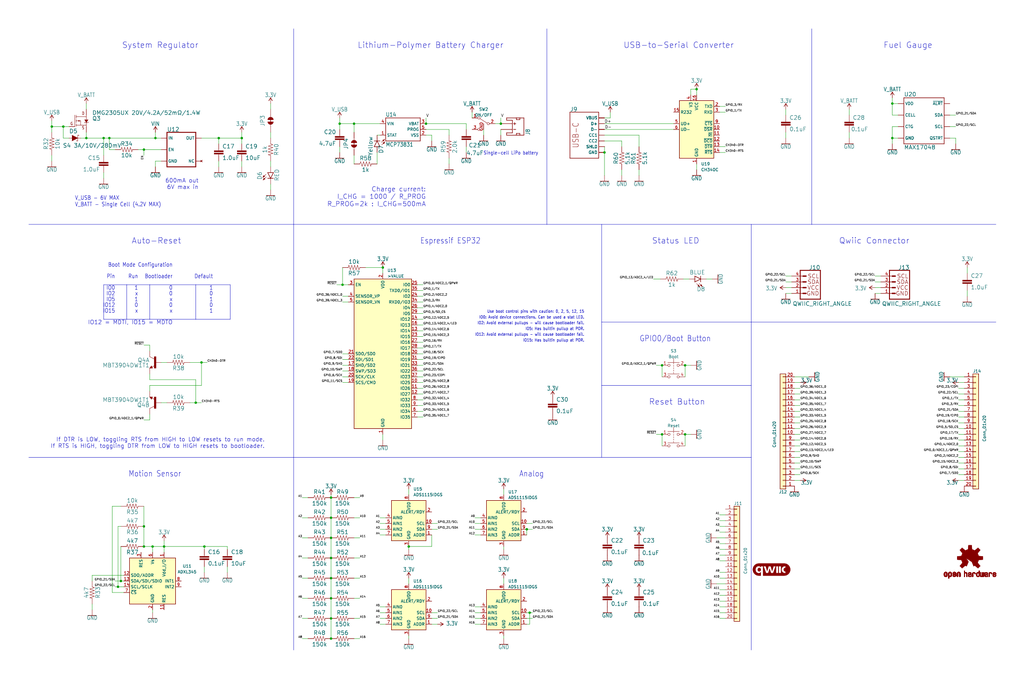
<source format=kicad_sch>
(kicad_sch (version 20230121) (generator eeschema)
  (paper "User" 451.815 299.39)
  (title_block (title "posture") (date "2023-02-28") (rev "0") (company "hasatio"))
  (lib_symbols
    (symbol "Analog_ADC:ADS1115IDGS"
      (property "Reference" "U" (at 2.54 13.97 0))
      (property "Value" "ADS1115IDGS" (at 7.62 11.43 0))
      (symbol "ADS1115IDGS_1_1"
        (pin input line (at 10.16 -5.08 180) (length 2.54) (name "ADDR") (number "1"))
        (pin input line (at 10.16 0 180) (length 2.54) (name "SCL") (number "10"))
        (pin output line (at 10.16 5.08 180) (length 2.54) (name "ALERT/RDY") (number "2"))
        (pin power_in line (at 0 -10.16 90) (length 2.54) (name "GND") (number "3"))
        (pin input line (at -10.16 2.54 0) (length 2.54) (name "AIN0") (number "4"))
        (pin input line (at -10.16 0 0) (length 2.54) (name "AIN1") (number "5"))
        (pin input line (at -10.16 -2.54 0) (length 2.54) (name "AIN2") (number "6"))
        (pin input line (at -10.16 -5.08 0) (length 2.54) (name "AIN3") (number "7"))
        (pin power_in line (at 0 12.7 270) (length 2.54) (name "VDD") (number "8"))
        (pin bidirectional line (at 10.16 -2.54 180) (length 2.54) (name "SDA") (number "9"))
      )
    )
    (symbol "Connector_Generic:Conn_01x20" (pin_names (offset 1.016) hide)
      (property "Reference" "J" (at 0 25.4 0))
      (property "Value" "Conn_01x20" (at 0 -27.94 0))
      (symbol "Conn_01x20_1_1"
        (pin passive line (at -5.08 22.86 0) (length 3.81) (name "Pin_1") (number "1"))
        (pin passive line (at -5.08 0 0) (length 3.81) (name "Pin_10") (number "10"))
        (pin passive line (at -5.08 -2.54 0) (length 3.81) (name "Pin_11") (number "11"))
        (pin passive line (at -5.08 -5.08 0) (length 3.81) (name "Pin_12") (number "12"))
        (pin passive line (at -5.08 -7.62 0) (length 3.81) (name "Pin_13") (number "13"))
        (pin passive line (at -5.08 -10.16 0) (length 3.81) (name "Pin_14") (number "14"))
        (pin passive line (at -5.08 -12.7 0) (length 3.81) (name "Pin_15") (number "15"))
        (pin passive line (at -5.08 -15.24 0) (length 3.81) (name "Pin_16") (number "16"))
        (pin passive line (at -5.08 -17.78 0) (length 3.81) (name "Pin_17") (number "17"))
        (pin passive line (at -5.08 -20.32 0) (length 3.81) (name "Pin_18") (number "18"))
        (pin passive line (at -5.08 -22.86 0) (length 3.81) (name "Pin_19") (number "19"))
        (pin passive line (at -5.08 20.32 0) (length 3.81) (name "Pin_2") (number "2"))
        (pin passive line (at -5.08 -25.4 0) (length 3.81) (name "Pin_20") (number "20"))
        (pin passive line (at -5.08 17.78 0) (length 3.81) (name "Pin_3") (number "3"))
        (pin passive line (at -5.08 15.24 0) (length 3.81) (name "Pin_4") (number "4"))
        (pin passive line (at -5.08 12.7 0) (length 3.81) (name "Pin_5") (number "5"))
        (pin passive line (at -5.08 10.16 0) (length 3.81) (name "Pin_6") (number "6"))
        (pin passive line (at -5.08 7.62 0) (length 3.81) (name "Pin_7") (number "7"))
        (pin passive line (at -5.08 5.08 0) (length 3.81) (name "Pin_8") (number "8"))
        (pin passive line (at -5.08 2.54 0) (length 3.81) (name "Pin_9") (number "9"))
      )
    )
    (symbol "Interface_USB:CH340C"
      (property "Reference" "U" (at -5.08 13.97 0))
      (property "Value" "CH340C" (at 1.27 13.97 0))
      (symbol "CH340C_1_1"
        (pin power_in line (at 0 -15.24 90) (length 2.54) (name "GND") (number "1"))
        (pin input line (at 10.16 0 180) (length 2.54) (name "~{DSR}") (number "10"))
        (pin input line (at 10.16 -2.54 180) (length 2.54) (name "~{RI}") (number "11"))
        (pin input line (at 10.16 -5.08 180) (length 2.54) (name "~{DCD}") (number "12"))
        (pin output line (at 10.16 -7.62 180) (length 2.54) (name "~{DTR}") (number "13"))
        (pin output line (at 10.16 -10.16 180) (length 2.54) (name "~{RTS}") (number "14"))
        (pin input line (at -10.16 7.62 0) (length 2.54) (name "R232") (number "15"))
        (pin power_in line (at 0 15.24 270) (length 2.54) (name "VCC") (number "16"))
        (pin output line (at 10.16 10.16 180) (length 2.54) (name "TXD") (number "2"))
        (pin input line (at 10.16 7.62 180) (length 2.54) (name "RXD") (number "3"))
        (pin passive line (at -2.54 15.24 270) (length 2.54) (name "V3") (number "4"))
        (pin bidirectional line (at -10.16 2.54 0) (length 2.54) (name "UD+") (number "5"))
        (pin bidirectional line (at -10.16 0 0) (length 2.54) (name "UD-") (number "6"))
        (pin no_connect line (at -7.62 -7.62 0) (length 2.54) hide (name "NC") (number "7"))
        (pin no_connect line (at -7.62 -10.16 0) (length 2.54) hide (name "NC") (number "8"))
        (pin input line (at 10.16 2.54 180) (length 2.54) (name "~{CTS}") (number "9"))
      )
    )
    (symbol "RF_Module:ESP32-WROOM-32"
      (property "Reference" "U" (at -12.7 34.29 0))
      (property "Value" "ESP32-WROOM-32" (at 1.27 34.29 0))
      (symbol "ESP32-WROOM-32_1_1"
        (pin power_in line (at 0 -35.56 90) (length 2.54) (name "GND") (number "1"))
        (pin bidirectional line (at 15.24 -12.7 180) (length 2.54) (name "IO25") (number "10"))
        (pin bidirectional line (at 15.24 -15.24 180) (length 2.54) (name "IO26") (number "11"))
        (pin bidirectional line (at 15.24 -17.78 180) (length 2.54) (name "IO27") (number "12"))
        (pin bidirectional line (at 15.24 10.16 180) (length 2.54) (name "IO14") (number "13"))
        (pin bidirectional line (at 15.24 15.24 180) (length 2.54) (name "IO12") (number "14"))
        (pin passive line (at 0 -35.56 90) (length 2.54) hide (name "GND") (number "15"))
        (pin bidirectional line (at 15.24 12.7 180) (length 2.54) (name "IO13") (number "16"))
        (pin bidirectional line (at -15.24 -5.08 0) (length 2.54) (name "SHD/SD2") (number "17"))
        (pin bidirectional line (at -15.24 -7.62 0) (length 2.54) (name "SWP/SD3") (number "18"))
        (pin bidirectional line (at -15.24 -12.7 0) (length 2.54) (name "SCS/CMD") (number "19"))
        (pin power_in line (at 0 35.56 270) (length 2.54) (name "VDD") (number "2"))
        (pin bidirectional line (at -15.24 -10.16 0) (length 2.54) (name "SCK/CLK") (number "20"))
        (pin bidirectional line (at -15.24 0 0) (length 2.54) (name "SDO/SD0") (number "21"))
        (pin bidirectional line (at -15.24 -2.54 0) (length 2.54) (name "SDI/SD1") (number "22"))
        (pin bidirectional line (at 15.24 7.62 180) (length 2.54) (name "IO15") (number "23"))
        (pin bidirectional line (at 15.24 25.4 180) (length 2.54) (name "IO2") (number "24"))
        (pin bidirectional line (at 15.24 30.48 180) (length 2.54) (name "IO0") (number "25"))
        (pin bidirectional line (at 15.24 20.32 180) (length 2.54) (name "IO4") (number "26"))
        (pin bidirectional line (at 15.24 5.08 180) (length 2.54) (name "IO16") (number "27"))
        (pin bidirectional line (at 15.24 2.54 180) (length 2.54) (name "IO17") (number "28"))
        (pin bidirectional line (at 15.24 17.78 180) (length 2.54) (name "IO5") (number "29"))
        (pin input line (at -15.24 30.48 0) (length 2.54) (name "EN") (number "3"))
        (pin bidirectional line (at 15.24 0 180) (length 2.54) (name "IO18") (number "30"))
        (pin bidirectional line (at 15.24 -2.54 180) (length 2.54) (name "IO19") (number "31"))
        (pin no_connect line (at -12.7 -27.94 0) (length 2.54) hide (name "NC") (number "32"))
        (pin bidirectional line (at 15.24 -5.08 180) (length 2.54) (name "IO21") (number "33"))
        (pin bidirectional line (at 15.24 22.86 180) (length 2.54) (name "RXD0/IO3") (number "34"))
        (pin bidirectional line (at 15.24 27.94 180) (length 2.54) (name "TXD0/IO1") (number "35"))
        (pin bidirectional line (at 15.24 -7.62 180) (length 2.54) (name "IO22") (number "36"))
        (pin bidirectional line (at 15.24 -10.16 180) (length 2.54) (name "IO23") (number "37"))
        (pin passive line (at 0 -35.56 90) (length 2.54) hide (name "GND") (number "38"))
        (pin passive line (at 0 -35.56 90) (length 2.54) hide (name "GND") (number "39"))
        (pin input line (at -15.24 25.4 0) (length 2.54) (name "SENSOR_VP") (number "4"))
        (pin input line (at -15.24 22.86 0) (length 2.54) (name "SENSOR_VN") (number "5"))
        (pin input line (at 15.24 -25.4 180) (length 2.54) (name "IO34") (number "6"))
        (pin input line (at 15.24 -27.94 180) (length 2.54) (name "IO35") (number "7"))
        (pin bidirectional line (at 15.24 -20.32 180) (length 2.54) (name "IO32") (number "8"))
        (pin bidirectional line (at 15.24 -22.86 180) (length 2.54) (name "IO33") (number "9"))
      )
    )
    (symbol "Sensor_Motion:ADXL343"
      (property "Reference" "U" (at -8.89 11.43 0))
      (property "Value" "ADXL343" (at -7.62 -11.43 0))
      (symbol "ADXL343_1_1"
        (pin power_in line (at 5.08 12.7 270) (length 2.54) (name "Vdd_I/O") (number "1"))
        (pin no_connect line (at -5.08 -10.16 90) (length 2.54) hide (name "NC") (number "10"))
        (pin passive line (at 5.08 -12.7 90) (length 2.54) (name "RES") (number "11"))
        (pin bidirectional line (at -12.7 2.54 0) (length 2.54) (name "SDO/ADDR") (number "12"))
        (pin bidirectional line (at -12.7 0 0) (length 2.54) (name "SDA/SDI/SDIO") (number "13"))
        (pin input line (at -12.7 -2.54 0) (length 2.54) (name "SCL/SCLK") (number "14"))
        (pin power_in line (at 0 -12.7 90) (length 2.54) (name "GND") (number "2"))
        (pin passive line (at -5.08 12.7 270) (length 2.54) (name "RES") (number "3"))
        (pin passive line (at 0 -12.7 90) (length 2.54) hide (name "GND") (number "4"))
        (pin passive line (at 0 -12.7 90) (length 2.54) hide (name "GND") (number "5"))
        (pin power_in line (at 0 12.7 270) (length 2.54) (name "Vs") (number "6"))
        (pin input line (at -12.7 -5.08 0) (length 2.54) (name "~{CS}") (number "7"))
        (pin output line (at 12.7 0 180) (length 2.54) (name "INT1") (number "8"))
        (pin output line (at 12.7 -2.54 180) (length 2.54) (name "INT2") (number "9"))
      )
    )
    (symbol "SparkFun ESP32 Thing Plus C-eagle-import:0.1UF-0402T-16V-10%"
      (property "Reference" "C" (at 1.524 2.921 0))
      (property "Value" "0.1UF-0402T-16V-10%" (at 1.524 -2.159 0))
      (symbol "0.1UF-0402T-16V-10%_1_0"
        (pin passive line (at 0 5.08 270) (length 2.54) (name "1") (number "1"))
        (pin passive line (at 0 -2.54 90) (length 2.54) (name "2") (number "2"))
      )
    )
    (symbol "SparkFun ESP32 Thing Plus C-eagle-import:0.1UF-0402T-6.3V-10%-X7R"
      (property "Reference" "C" (at 1.524 2.921 0))
      (property "Value" "0.1UF-0402T-6.3V-10%-X7R" (at 1.524 -2.159 0))
      (symbol "0.1UF-0402T-6.3V-10%-X7R_1_0"
        (pin passive line (at 0 5.08 270) (length 2.54) (name "1") (number "1"))
        (pin passive line (at 0 -2.54 90) (length 2.54) (name "2") (number "2"))
      )
    )
    (symbol "SparkFun ESP32 Thing Plus C-eagle-import:1.0UF-0402T-16V-10%"
      (property "Reference" "C" (at 1.524 2.921 0))
      (property "Value" "1.0UF-0402T-16V-10%" (at 1.524 -2.159 0))
      (symbol "1.0UF-0402T-16V-10%_1_0"
        (pin passive line (at 0 5.08 270) (length 2.54) (name "1") (number "1"))
        (pin passive line (at 0 -2.54 90) (length 2.54) (name "2") (number "2"))
      )
    )
    (symbol "SparkFun ESP32 Thing Plus C-eagle-import:10KOHM-0402T-1{slash}16W-1%"
      (property "Reference" "R" (at 0 1.524 0))
      (property "Value" "10KOHM-0402T-1{slash}16W-1%" (at 0 -1.524 0))
      (symbol "10KOHM-0402T-1{slash}16W-1%_1_0"
        (pin passive line (at -5.08 0 0) (length 2.54) (name "1") (number "1"))
        (pin passive line (at 5.08 0 180) (length 2.54) (name "2") (number "2"))
      )
    )
    (symbol "SparkFun ESP32 Thing Plus C-eagle-import:10UF-0402T-6.3V-20%"
      (property "Reference" "C" (at 1.524 2.921 0))
      (property "Value" "10UF-0402T-6.3V-20%" (at 1.524 -2.159 0))
      (symbol "10UF-0402T-6.3V-20%_1_0"
        (pin passive line (at 0 5.08 270) (length 2.54) (name "1") (number "1"))
        (pin passive line (at 0 -2.54 90) (length 2.54) (name "2") (number "2"))
      )
    )
    (symbol "SparkFun ESP32 Thing Plus C-eagle-import:1KOHM-0402T-1{slash}16W-1%"
      (property "Reference" "R" (at 0 1.524 0))
      (property "Value" "1KOHM-0402T-1{slash}16W-1%" (at 0 -1.524 0))
      (symbol "1KOHM-0402T-1{slash}16W-1%_1_0"
        (pin passive line (at -5.08 0 0) (length 2.54) (name "1") (number "1"))
        (pin passive line (at 5.08 0 180) (length 2.54) (name "2") (number "2"))
      )
    )
    (symbol "SparkFun ESP32 Thing Plus C-eagle-import:2.0KOHM-0603-1{slash}10W-5%"
      (property "Reference" "R" (at 0 1.524 0))
      (property "Value" "2.0KOHM-0603-1{slash}10W-5%" (at 0 -1.524 0))
      (symbol "2.0KOHM-0603-1{slash}10W-5%_1_0"
        (pin passive line (at -5.08 0 0) (length 2.54) (name "1") (number "1"))
        (pin passive line (at 5.08 0 180) (length 2.54) (name "2") (number "2"))
      )
    )
    (symbol "SparkFun ESP32 Thing Plus C-eagle-import:3.3V" (power)
      (property "Value" "3.3V" (at 0 2.794 0))
      (symbol "3.3V_1_0"
        (pin power_in line (at 0 0 90) (length 2.54) (name "3.3V") (number "1"))
      )
    )
    (symbol "SparkFun ESP32 Thing Plus C-eagle-import:4.7UF-0402_TIGHT-6.3V-20%-X5R"
      (property "Reference" "C" (at 1.524 2.921 0))
      (property "Value" "4.7UF-0402_TIGHT-6.3V-20%-X5R" (at 1.524 -2.159 0))
      (symbol "4.7UF-0402_TIGHT-6.3V-20%-X5R_1_0"
        (pin passive line (at 0 5.08 270) (length 2.54) (name "1") (number "1"))
        (pin passive line (at 0 -2.54 90) (length 2.54) (name "2") (number "2"))
      )
    )
    (symbol "SparkFun ESP32 Thing Plus C-eagle-import:4.7UF-0603-35V-(20%)"
      (property "Reference" "C" (at 1.524 2.921 0))
      (property "Value" "4.7UF-0603-35V-(20%)" (at 1.524 -2.159 0))
      (symbol "4.7UF-0603-35V-(20%)_1_0"
        (pin passive line (at 0 5.08 270) (length 2.54) (name "1") (number "1"))
        (pin passive line (at 0 -2.54 90) (length 2.54) (name "2") (number "2"))
      )
    )
    (symbol "SparkFun ESP32 Thing Plus C-eagle-import:5.1KOHM-0402T-1{slash}16W-1%"
      (property "Reference" "R" (at 0 1.524 0))
      (property "Value" "5.1KOHM-0402T-1{slash}16W-1%" (at 0 -1.524 0))
      (symbol "5.1KOHM-0402T-1{slash}16W-1%_1_0"
        (pin passive line (at -5.08 0 0) (length 2.54) (name "1") (number "1"))
        (pin passive line (at 5.08 0 180) (length 2.54) (name "2") (number "2"))
      )
    )
    (symbol "SparkFun ESP32 Thing Plus C-eagle-import:DIODE-SCHOTTKY-BAT60A"
      (property "Reference" "D" (at -2.54 2.032 0))
      (property "Value" "DIODE-SCHOTTKY-BAT60A" (at -2.54 -2.032 0))
      (symbol "DIODE-SCHOTTKY-BAT60A_1_0"
        (pin passive line (at -2.54 0 0) (length 0) (name "A") (number "A"))
        (pin passive line (at 2.54 0 180) (length 0) (name "C") (number "C"))
      )
    )
    (symbol "SparkFun ESP32 Thing Plus C-eagle-import:GND" (power)
      (property "Value" "GND" (at 0 -0.254 0))
      (symbol "GND_1_0"
        (pin power_in line (at 0 2.54 270) (length 2.54) (name "GND") (number "1"))
      )
    )
    (symbol "SparkFun ESP32 Thing Plus C-eagle-import:JST_2MM_MALE"
      (property "Reference" "J" (at -2.54 5.842 0))
      (symbol "JST_2MM_MALE_1_0"
        (pin bidirectional line (at 0 -5.08 90) (length 5.08) (name "-") (number "1"))
        (pin bidirectional line (at 2.54 -5.08 90) (length 5.08) (name "+") (number "2"))
        (pin bidirectional line (at -2.54 2.54 90) (length 0) (name "PAD1") (number "NC1"))
        (pin bidirectional line (at 5.08 2.54 90) (length 0) (name "PAD2") (number "NC2"))
      )
    )
    (symbol "SparkFun ESP32 Thing Plus C-eagle-import:JUMPER-SMT_2_NC_TRACE_SILK"
      (property "Reference" "JP" (at -2.54 2.54 0))
      (property "Value" "JUMPER-SMT_2_NC_TRACE_SILK" (at -2.54 -2.54 0))
      (symbol "JUMPER-SMT_2_NC_TRACE_SILK_1_0"
        (pin passive line (at -5.08 0 0) (length 2.54) (name "1") (number "1"))
        (pin passive line (at 5.08 0 180) (length 2.54) (name "2") (number "2"))
      )
    )
    (symbol "SparkFun ESP32 Thing Plus C-eagle-import:LED-BLUE0603"
      (property "Reference" "D" (at -3.429 -4.572 90))
      (property "Value" "LED-BLUE0603" (at 1.905 -4.572 90))
      (symbol "LED-BLUE0603_1_0"
        (pin passive line (at 0 2.54 270) (length 2.54) (name "A") (number "A"))
        (pin passive line (at 0 -5.08 90) (length 2.54) (name "C") (number "C"))
      )
    )
    (symbol "SparkFun ESP32 Thing Plus C-eagle-import:LED-RED0603"
      (property "Reference" "D" (at -3.429 -4.572 90))
      (property "Value" "LED-RED0603" (at 1.905 -4.572 90))
      (symbol "LED-RED0603_1_0"
        (pin passive line (at 0 2.54 270) (length 2.54) (name "A") (number "A"))
        (pin passive line (at 0 -5.08 90) (length 2.54) (name "C") (number "C"))
      )
    )
    (symbol "SparkFun ESP32 Thing Plus C-eagle-import:LED-YELLOW0603"
      (property "Reference" "D" (at -3.429 -4.572 90))
      (property "Value" "LED-YELLOW0603" (at 1.905 -4.572 90))
      (symbol "LED-YELLOW0603_1_0"
        (pin passive line (at 0 2.54 270) (length 2.54) (name "A") (number "A"))
        (pin passive line (at 0 -5.08 90) (length 2.54) (name "C") (number "C"))
      )
    )
    (symbol "SparkFun ESP32 Thing Plus C-eagle-import:MAX17048DFN8"
      (property "Reference" "U" (at -10.16 10.668 0))
      (property "Value" "MAX17048DFN8" (at -10.16 -12.7 0))
      (symbol "MAX17048DFN8_1_0"
        (pin input line (at -12.7 -2.54 0) (length 2.54) (name "CTG") (number "1"))
        (pin input line (at -12.7 2.54 0) (length 2.54) (name "CELL") (number "2"))
        (pin bidirectional line (at -12.7 7.62 0) (length 2.54) (name "VDD") (number "3"))
        (pin bidirectional line (at -12.7 -7.62 0) (length 2.54) (name "GND") (number "4"))
        (pin bidirectional line (at 10.16 7.62 180) (length 2.54) (name "~{ALRT}") (number "5"))
        (pin bidirectional line (at 10.16 -7.62 180) (length 2.54) (name "QSTRT") (number "6"))
        (pin output line (at 10.16 -2.54 180) (length 2.54) (name "SCL") (number "7"))
        (pin input line (at 10.16 2.54 180) (length 2.54) (name "SDA") (number "8"))
        (pin bidirectional line (at -12.7 -7.62 0) (length 2.54) (name "GND") (number "9"))
      )
    )
    (symbol "SparkFun ESP32 Thing Plus C-eagle-import:MCP73831"
      (property "Reference" "U" (at -7.62 5.588 0))
      (property "Value" "MCP73831" (at -7.62 -7.62 0))
      (symbol "MCP73831_1_0"
        (pin output line (at -10.16 -2.54 0) (length 2.54) (name "STAT") (number "1"))
        (pin power_in line (at 10.16 -2.54 180) (length 2.54) (name "VSS") (number "2"))
        (pin power_in line (at 10.16 2.54 180) (length 2.54) (name "VBAT") (number "3"))
        (pin power_in line (at -10.16 2.54 0) (length 2.54) (name "VIN") (number "4"))
        (pin input line (at 10.16 0 180) (length 2.54) (name "PROG") (number "5"))
      )
    )
    (symbol "SparkFun ESP32 Thing Plus C-eagle-import:MOSFET_PCH-DMG2305UX-7"
      (property "Reference" "Q" (at 5.08 0 0))
      (property "Value" "MOSFET_PCH-DMG2305UX-7" (at 5.08 -2.54 0))
      (symbol "MOSFET_PCH-DMG2305UX-7_1_0"
        (text "D" (at 0.508 2.54 0) (effects (font (size 1.27 1.0795)) (justify left bottom)))
        (text "G" (at -3.302 -0.508 0) (effects (font (size 1.27 1.0795)) (justify right top)))
        (text "S" (at 0.508 -3.81 0) (effects (font (size 1.27 1.0795)) (justify left bottom)))
        (pin bidirectional line (at -5.08 -2.54 0) (length 2.54) (name "G") (number "1"))
        (pin bidirectional line (at 2.54 -5.08 90) (length 2.54) (name "S") (number "2"))
        (pin bidirectional line (at 2.54 5.08 270) (length 2.54) (name "D") (number "3"))
      )
    )
    (symbol "SparkFun ESP32 Thing Plus C-eagle-import:OSHW-LOGOMINI")
    (symbol "SparkFun ESP32 Thing Plus C-eagle-import:QWIIC_CONNECTORJS-1MM"
      (property "Reference" "J" (at -5.08 7.874 0))
      (property "Value" "QWIIC_CONNECTORJS-1MM" (at -5.08 -5.334 0))
      (symbol "QWIIC_CONNECTORJS-1MM_1_0"
        (text "GND" (at -4.572 -2.54 0) (effects (font (size 1.778 1.778)) (justify left)))
        (text "SCL" (at -4.572 5.08 0) (effects (font (size 1.778 1.778)) (justify left)))
        (text "SDA" (at -4.572 2.54 0) (effects (font (size 1.778 1.778)) (justify left)))
        (text "VCC" (at -4.572 0 0) (effects (font (size 1.778 1.778)) (justify left)))
        (pin power_in line (at 7.62 -2.54 180) (length 5.08) (name "1") (number "1"))
        (pin power_in line (at 7.62 0 180) (length 5.08) (name "2") (number "2"))
        (pin passive line (at 7.62 2.54 180) (length 5.08) (name "3") (number "3"))
        (pin passive line (at 7.62 5.08 180) (length 5.08) (name "4") (number "4"))
      )
    )
    (symbol "SparkFun ESP32 Thing Plus C-eagle-import:QWIIC_LOGO_4MM")
    (symbol "SparkFun ESP32 Thing Plus C-eagle-import:TRANS_NPN_DUAL-MBT3904DW1T1"
      (property "Reference" "Q" (at 2.54 0 0))
      (property "Value" "TRANS_NPN_DUAL-MBT3904DW1T1" (at 2.54 -2.286 0))
      (symbol "TRANS_NPN_DUAL-MBT3904DW1T1_1_0"
        (pin passive line (at 2.54 5.08 270) (length 2.54) (name "C") (number "3"))
        (pin passive line (at 2.54 -5.08 90) (length 2.54) (name "E") (number "4"))
        (pin passive line (at -2.54 0 0) (length 2.54) (name "B") (number "5"))
      )
      (symbol "TRANS_NPN_DUAL-MBT3904DW1T1_2_0"
        (pin passive line (at 2.54 -5.08 90) (length 2.54) (name "E") (number "1"))
        (pin passive line (at -2.54 0 0) (length 2.54) (name "B") (number "2"))
        (pin passive line (at 2.54 5.08 270) (length 2.54) (name "C") (number "6"))
      )
    )
    (symbol "SparkFun ESP32 Thing Plus C-eagle-import:USB_C_2-LAYER_PADS"
      (property "Reference" "J" (at -2.54 10.414 0))
      (property "Value" "USB_C_2-LAYER_PADS" (at -2.54 -12.446 0))
      (symbol "USB_C_2-LAYER_PADS_1_0"
        (text "USB-C" (at 0 0 900) (effects (font (size 2.54 2.159))))
        (pin bidirectional line (at 12.7 0 180) (length 2.54) (name "CC1") (number "A5"))
        (pin bidirectional line (at 12.7 5.08 180) (length 2.54) (name "D+") (number "A6"))
        (pin bidirectional line (at 12.7 2.54 180) (length 2.54) (name "D-") (number "A7"))
        (pin bidirectional line (at 12.7 -2.54 180) (length 2.54) (name "CC2") (number "B5"))
        (pin bidirectional line (at 12.7 5.08 180) (length 2.54) (name "D+") (number "B6"))
        (pin bidirectional line (at 12.7 2.54 180) (length 2.54) (name "D-") (number "B7"))
        (pin bidirectional line (at 12.7 -7.62 180) (length 2.54) (name "GND") (number "GND"))
        (pin bidirectional line (at 12.7 -7.62 180) (length 2.54) (name "GND") (number "GND2"))
        (pin bidirectional line (at 12.7 -5.08 180) (length 2.54) (name "SHLD") (number "SHLD1"))
        (pin bidirectional line (at 12.7 -5.08 180) (length 2.54) (name "SHLD") (number "SHLD2"))
        (pin bidirectional line (at 12.7 -5.08 180) (length 2.54) (name "SHLD") (number "SHLD3"))
        (pin bidirectional line (at 12.7 -5.08 180) (length 2.54) (name "SHLD") (number "SHLD4"))
        (pin bidirectional line (at 12.7 7.62 180) (length 2.54) (name "VBUS") (number "VBUS1"))
        (pin bidirectional line (at 12.7 7.62 180) (length 2.54) (name "VBUS") (number "VBUS2"))
      )
    )
    (symbol "SparkFun ESP32 Thing Plus C-eagle-import:VIN" (power)
      (property "Value" "VIN" (at 0 2.794 0))
      (symbol "VIN_1_0"
        (pin power_in line (at 0 0 90) (length 2.54) (name "VIN") (number "1"))
      )
    )
    (symbol "SparkFun ESP32 Thing Plus C-eagle-import:V_BATT" (power)
      (property "Value" "V_BATT" (at 0 2.794 0))
      (symbol "V_BATT_1_0"
        (pin power_in line (at 0 0 90) (length 2.54) (name "V_BATT") (number "1"))
      )
    )
    (symbol "SparkFun ESP32 Thing Plus C-eagle-import:V_REG_AP2112K-3.3V"
      (property "Reference" "U" (at -7.62 7.874 0))
      (property "Value" "V_REG_AP2112K-3.3V" (at -7.62 -7.874 0))
      (symbol "V_REG_AP2112K-3.3V_1_0"
        (pin input line (at -10.16 5.08 0) (length 2.54) (name "IN") (number "1"))
        (pin input line (at -10.16 -5.08 0) (length 2.54) (name "GND") (number "2"))
        (pin input line (at -10.16 0 0) (length 2.54) (name "EN") (number "3"))
        (pin no_connect line (at 7.62 -5.08 180) (length 2.54) (name "NC") (number "4"))
        (pin passive line (at 7.62 5.08 180) (length 2.54) (name "OUT") (number "5"))
      )
    )
    (symbol "SparkFun ESP32 Thing Plus C-eagle-import:V_USB" (power)
      (property "Value" "V_USB" (at 0 2.794 0))
      (symbol "V_USB_1_0"
        (pin power_in line (at 0 0 90) (length 2.54) (name "V_USB") (number "1"))
      )
    )
    (symbol "Switch:SW_Push_Dual" (pin_names (offset 1.016) hide)
      (property "Reference" "SW" (at 1.27 2.54 0))
      (property "Value" "SW_Push_Dual" (at 0 -6.858 0))
      (symbol "SW_Push_Dual_0_1"
        (pin passive line (at -5.08 0 0) (length 2.54) (name "1") (number "1"))
        (pin passive line (at 5.08 0 180) (length 2.54) (name "2") (number "2"))
        (pin passive line (at -5.08 -5.08 0) (length 2.54) (name "3") (number "3"))
        (pin passive line (at 5.08 -5.08 180) (length 2.54) (name "4") (number "4"))
      )
    )
    (symbol "Switch:SW_SPDT" (pin_names (offset 0) hide)
      (property "Reference" "SW1" (at 0 6.35 0))
      (property "Value" "ON/OFF" (at 0 3.81 0))
      (symbol "SW_SPDT_1_0"
        (pin passive line (at 0 -2.54 90) (length 2.54) (name "GND") (number "GND"))
      )
      (symbol "SW_SPDT_1_1"
        (pin passive line (at 5.08 2.54 180) (length 2.54) (name "A") (number "1"))
        (pin passive line (at -5.08 0 0) (length 2.54) (name "B") (number "2"))
        (pin passive line (at 5.08 -2.54 180) (length 2.54) (name "C") (number "3"))
      )
    )
  )
  (junction (at 53.34 256.54))
  (junction (at 292.1 191.77))
  (junction (at 146.05 237.49))
  (junction (at 187.96 54.61))
  (junction (at 149.86 54.61))
  (junction (at 220.98 54.61))
  (junction (at 45.72 60.96))
  (junction (at 52.07 259.08))
  (junction (at 48.26 60.96))
  (junction (at 27.94 55.88))
  (junction (at 156.21 54.61))
  (junction (at 63.5 232.41))
  (junction (at 302.26 161.29))
  (junction (at 180.34 241.3))
  (junction (at 266.7 67.31))
  (junction (at 72.39 241.3))
  (junction (at 68.58 60.96))
  (junction (at 302.26 191.77))
  (junction (at 67.31 241.3))
  (junction (at 292.1 161.29))
  (junction (at 146.05 219.71))
  (junction (at 232.41 233.68))
  (junction (at 63.5 241.3))
  (junction (at 90.17 241.3))
  (junction (at 146.05 273.05))
  (junction (at 146.05 228.6))
  (junction (at 88.9 160.02))
  (junction (at 307.34 39.37))
  (junction (at 63.5 66.04))
  (junction (at 151.13 125.73))
  (junction (at 146.05 281.94))
  (junction (at 106.68 60.96))
  (junction (at 393.7 45.72))
  (junction (at 22.86 55.88))
  (junction (at 86.36 177.8))
  (junction (at 393.7 60.96))
  (junction (at 233.68 270.51))
  (junction (at 146.05 246.38))
  (junction (at 96.52 60.96))
  (junction (at 168.91 118.11))
  (junction (at 146.05 264.16))
  (junction (at 38.1 60.96))
  (junction (at 146.05 255.27))
  (wire (pts (xy 180.34 215.9) (xy 180.34 218.44)))
  (wire (pts (xy 133.35 246.38) (xy 135.89 246.38)))
  (wire (pts (xy 71.12 71.12) (xy 68.58 71.12)))
  (wire (pts (xy 350.52 189.23) (xy 353.06 189.23)))
  (wire (pts (xy 317.5 240.03) (xy 320.04 240.03)))
  (wire (pts (xy 317.5 46.99) (xy 320.04 46.99)))
  (wire (pts (xy 180.34 255.27) (xy 180.34 257.81)))
  (wire (pts (xy 45.72 76.2) (xy 45.72 78.74)))
  (wire (pts (xy 304.038 123.19) (xy 301.498 123.19)))
  (wire (pts (xy 419.1 55.88) (xy 421.64 55.88)))
  (wire (pts (xy 166.37 59.69) (xy 167.64 59.69)))
  (polyline (pts (xy 265.43 170.18) (xy 331.47 170.18)))
  (wire (pts (xy 388.62 129.54) (xy 386.08 129.54)))
  (polyline (pts (xy 265.43 142.24) (xy 331.47 142.24)))
  (wire (pts (xy 205.74 54.61) (xy 187.96 54.61)))
  (wire (pts (xy 133.35 219.71) (xy 135.89 219.71)))
  (wire (pts (xy 222.25 215.9) (xy 222.25 218.44)))
  (wire (pts (xy 52.07 232.41) (xy 52.07 259.08)))
  (wire (pts (xy 38.1 45.72) (xy 38.1 48.26)))
  (wire (pts (xy 350.52 204.47) (xy 353.06 204.47)))
  (wire (pts (xy 190.5 241.3) (xy 180.34 241.3)))
  (wire (pts (xy 133.35 255.27) (xy 135.89 255.27)))
  (wire (pts (xy 317.5 227.33) (xy 320.04 227.33)))
  (wire (pts (xy 422.91 209.55) (xy 425.45 209.55)))
  (wire (pts (xy 393.7 45.72) (xy 393.7 43.18)))
  (wire (pts (xy 146.05 255.27) (xy 146.05 264.16)))
  (wire (pts (xy 302.26 161.29) (xy 302.26 166.37)))
  (wire (pts (xy 66.04 152.4) (xy 63.5 152.4)))
  (wire (pts (xy 186.69 158.75) (xy 184.15 158.75)))
  (wire (pts (xy 232.41 275.59) (xy 233.68 275.59)))
  (wire (pts (xy 193.04 273.05) (xy 190.5 273.05)))
  (wire (pts (xy 186.69 128.27) (xy 184.15 128.27)))
  (wire (pts (xy 422.91 184.15) (xy 425.45 184.15)))
  (wire (pts (xy 167.64 273.05) (xy 170.18 273.05)))
  (wire (pts (xy 167.64 231.14) (xy 170.18 231.14)))
  (wire (pts (xy 63.5 66.04) (xy 71.12 66.04)))
  (wire (pts (xy 422.91 181.61) (xy 425.45 181.61)))
  (wire (pts (xy 187.96 52.07) (xy 187.96 54.61)))
  (polyline (pts (xy 129.54 99.06) (xy 241.3 99.06)))
  (wire (pts (xy 186.69 156.21) (xy 184.15 156.21)))
  (wire (pts (xy 146.05 228.6) (xy 146.05 237.49)))
  (wire (pts (xy 234.95 270.51) (xy 233.68 270.51)))
  (wire (pts (xy 167.64 275.59) (xy 170.18 275.59)))
  (wire (pts (xy 67.31 241.3) (xy 67.31 243.84)))
  (wire (pts (xy 396.24 60.96) (xy 393.7 60.96)))
  (wire (pts (xy 193.04 231.14) (xy 190.5 231.14)))
  (wire (pts (xy 66.04 185.42) (xy 66.04 182.88)))
  (wire (pts (xy 68.58 71.12) (xy 68.58 73.66)))
  (wire (pts (xy 48.26 60.96) (xy 45.72 60.96)))
  (wire (pts (xy 419.1 50.8) (xy 421.64 50.8)))
  (wire (pts (xy 346.71 48.26) (xy 346.71 50.8)))
  (wire (pts (xy 266.7 59.69) (xy 281.94 59.69)))
  (wire (pts (xy 151.13 168.91) (xy 153.67 168.91)))
  (wire (pts (xy 151.13 158.75) (xy 153.67 158.75)))
  (wire (pts (xy 73.66 160.02) (xy 71.12 160.02)))
  (wire (pts (xy 53.34 232.41) (xy 52.07 232.41)))
  (polyline (pts (xy 129.54 12.7) (xy 129.54 99.06)))
  (wire (pts (xy 193.04 275.59) (xy 190.5 275.59)))
  (wire (pts (xy 151.13 166.37) (xy 153.67 166.37)))
  (wire (pts (xy 234.95 273.05) (xy 232.41 273.05)))
  (wire (pts (xy 153.67 125.73) (xy 151.13 125.73)))
  (wire (pts (xy 317.5 232.41) (xy 320.04 232.41)))
  (wire (pts (xy 166.37 67.31) (xy 166.37 72.39)))
  (wire (pts (xy 317.5 64.77) (xy 320.04 64.77)))
  (wire (pts (xy 274.32 62.23) (xy 274.32 64.77)))
  (wire (pts (xy 422.91 199.39) (xy 425.45 199.39)))
  (wire (pts (xy 151.13 163.83) (xy 153.67 163.83)))
  (polyline (pts (xy 55.88 125.73) (xy 66.04 125.73)))
  (wire (pts (xy 422.91 173.99) (xy 425.45 173.99)))
  (wire (pts (xy 317.5 247.65) (xy 320.04 247.65)))
  (wire (pts (xy 52.07 259.08) (xy 54.61 259.08)))
  (wire (pts (xy 266.7 57.15) (xy 297.18 57.15)))
  (polyline (pts (xy 265.43 99.06) (xy 331.47 99.06)))
  (wire (pts (xy 63.5 241.3) (xy 67.31 241.3)))
  (wire (pts (xy 186.69 153.67) (xy 184.15 153.67)))
  (wire (pts (xy 317.5 262.89) (xy 320.04 262.89)))
  (wire (pts (xy 350.52 176.53) (xy 353.06 176.53)))
  (polyline (pts (xy 66.04 140.97) (xy 55.88 140.97)))
  (wire (pts (xy 186.69 133.35) (xy 184.15 133.35)))
  (wire (pts (xy 393.7 55.88) (xy 393.7 60.96)))
  (wire (pts (xy 50.8 66.04) (xy 48.26 66.04)))
  (polyline (pts (xy 101.6 125.73) (xy 101.6 140.97)))
  (wire (pts (xy 133.35 237.49) (xy 135.89 237.49)))
  (polyline (pts (xy 241.3 99.06) (xy 265.43 99.06)))
  (wire (pts (xy 158.75 255.27) (xy 156.21 255.27)))
  (wire (pts (xy 234.95 233.68) (xy 232.41 233.68)))
  (wire (pts (xy 96.52 73.66) (xy 96.52 71.12)))
  (wire (pts (xy 53.34 256.54) (xy 54.61 256.54)))
  (wire (pts (xy 396.24 55.88) (xy 393.7 55.88)))
  (wire (pts (xy 422.91 212.09) (xy 425.45 212.09)))
  (polyline (pts (xy 129.54 201.93) (xy 265.43 201.93)))
  (wire (pts (xy 317.5 267.97) (xy 320.04 267.97)))
  (wire (pts (xy 388.62 121.92) (xy 386.08 121.92)))
  (wire (pts (xy 90.17 252.73) (xy 90.17 250.19)))
  (polyline (pts (xy 12.7 99.06) (xy 129.54 99.06)))
  (wire (pts (xy 274.32 77.47) (xy 274.32 74.93)))
  (wire (pts (xy 54.61 254) (xy 40.64 254)))
  (wire (pts (xy 209.55 231.14) (xy 212.09 231.14)))
  (wire (pts (xy 167.64 233.68) (xy 170.18 233.68)))
  (wire (pts (xy 146.05 246.38) (xy 146.05 255.27)))
  (wire (pts (xy 317.5 252.73) (xy 320.04 252.73)))
  (wire (pts (xy 50.8 259.08) (xy 52.07 259.08)))
  (wire (pts (xy 168.91 118.11) (xy 168.91 120.65)))
  (wire (pts (xy 349.25 121.92) (xy 346.71 121.92)))
  (wire (pts (xy 53.34 223.52) (xy 49.53 223.52)))
  (wire (pts (xy 350.52 207.01) (xy 353.06 207.01)))
  (wire (pts (xy 67.31 270.51) (xy 67.31 269.24)))
  (polyline (pts (xy 331.47 201.93) (xy 265.43 201.93)))
  (wire (pts (xy 304.8 41.91) (xy 304.8 39.37)))
  (wire (pts (xy 151.13 125.73) (xy 148.59 125.73)))
  (wire (pts (xy 167.64 270.51) (xy 170.18 270.51)))
  (wire (pts (xy 186.69 140.97) (xy 184.15 140.97)))
  (wire (pts (xy 374.65 48.26) (xy 374.65 50.8)))
  (wire (pts (xy 106.68 58.42) (xy 106.68 60.96)))
  (wire (pts (xy 88.9 60.96) (xy 96.52 60.96)))
  (wire (pts (xy 269.24 52.07) (xy 266.7 52.07)))
  (wire (pts (xy 307.34 72.39) (xy 307.34 74.93)))
  (wire (pts (xy 316.23 257.81) (xy 320.04 257.81)))
  (wire (pts (xy 422.91 179.07) (xy 425.45 179.07)))
  (wire (pts (xy 317.5 255.27) (xy 320.04 255.27)))
  (wire (pts (xy 53.34 241.3) (xy 53.34 256.54)))
  (wire (pts (xy 350.52 199.39) (xy 353.06 199.39)))
  (wire (pts (xy 146.05 218.44) (xy 146.05 219.71)))
  (wire (pts (xy 193.04 233.68) (xy 190.5 233.68)))
  (wire (pts (xy 90.17 241.3) (xy 72.39 241.3)))
  (wire (pts (xy 66.04 170.18) (xy 88.9 170.18)))
  (wire (pts (xy 66.04 167.64) (xy 66.04 165.1)))
  (wire (pts (xy 209.55 270.51) (xy 212.09 270.51)))
  (wire (pts (xy 350.52 212.09) (xy 353.06 212.09)))
  (polyline (pts (xy 12.7 201.93) (xy 129.54 201.93)))
  (wire (pts (xy 186.69 146.05) (xy 184.15 146.05)))
  (wire (pts (xy 422.91 186.69) (xy 425.45 186.69)))
  (wire (pts (xy 386.08 127) (xy 388.62 127)))
  (wire (pts (xy 269.24 52.07) (xy 269.24 49.53)))
  (polyline (pts (xy 331.47 142.24) (xy 331.47 99.06)))
  (wire (pts (xy 186.69 135.89) (xy 184.15 135.89)))
  (wire (pts (xy 350.52 166.37) (xy 356.87 166.37)))
  (wire (pts (xy 307.34 41.91) (xy 307.34 39.37)))
  (wire (pts (xy 186.69 173.99) (xy 184.15 173.99)))
  (wire (pts (xy 60.96 66.04) (xy 63.5 66.04)))
  (polyline (pts (xy 129.54 99.06) (xy 129.54 287.02)))
  (wire (pts (xy 167.64 228.6) (xy 170.18 228.6)))
  (wire (pts (xy 71.12 60.96) (xy 68.58 60.96)))
  (wire (pts (xy 232.41 233.68) (xy 232.41 236.22)))
  (wire (pts (xy 350.52 181.61) (xy 353.06 181.61)))
  (wire (pts (xy 393.7 45.72) (xy 396.24 45.72)))
  (wire (pts (xy 30.48 55.88) (xy 27.94 55.88)))
  (wire (pts (xy 350.52 168.91) (xy 353.06 168.91)))
  (wire (pts (xy 149.86 67.31) (xy 149.86 64.77)))
  (wire (pts (xy 419.1 166.37) (xy 425.45 166.37)))
  (wire (pts (xy 288.29 123.19) (xy 291.338 123.19)))
  (wire (pts (xy 106.68 60.96) (xy 106.68 63.5)))
  (wire (pts (xy 88.9 160.02) (xy 91.44 160.02)))
  (polyline (pts (xy 66.04 125.73) (xy 66.04 140.97)))
  (wire (pts (xy 186.69 163.83) (xy 184.15 163.83)))
  (wire (pts (xy 302.26 191.77) (xy 302.26 196.85)))
  (wire (pts (xy 209.55 233.68) (xy 212.09 233.68)))
  (wire (pts (xy 106.68 73.66) (xy 106.68 71.12)))
  (wire (pts (xy 133.35 273.05) (xy 135.89 273.05)))
  (wire (pts (xy 86.36 167.64) (xy 66.04 167.64)))
  (wire (pts (xy 72.39 243.84) (xy 72.39 241.3)))
  (wire (pts (xy 281.94 59.69) (xy 281.94 64.77)))
  (wire (pts (xy 281.94 77.47) (xy 281.94 74.93)))
  (wire (pts (xy 49.53 223.52) (xy 49.53 261.62)))
  (wire (pts (xy 422.91 189.23) (xy 425.45 189.23)))
  (wire (pts (xy 186.69 179.07) (xy 184.15 179.07)))
  (wire (pts (xy 158.75 273.05) (xy 156.21 273.05)))
  (wire (pts (xy 40.64 269.24) (xy 40.64 266.7)))
  (wire (pts (xy 66.04 185.42) (xy 63.5 185.42)))
  (wire (pts (xy 266.7 62.23) (xy 274.32 62.23)))
  (wire (pts (xy 63.5 223.52) (xy 63.5 232.41)))
  (wire (pts (xy 317.5 242.57) (xy 320.04 242.57)))
  (wire (pts (xy 350.52 194.31) (xy 353.06 194.31)))
  (wire (pts (xy 422.91 201.93) (xy 425.45 201.93)))
  (wire (pts (xy 27.94 55.88) (xy 22.86 55.88)))
  (wire (pts (xy 292.1 166.37) (xy 292.1 161.29)))
  (wire (pts (xy 186.69 143.51) (xy 184.15 143.51)))
  (wire (pts (xy 100.33 252.73) (xy 100.33 250.19)))
  (wire (pts (xy 350.52 196.85) (xy 353.06 196.85)))
  (wire (pts (xy 350.52 171.45) (xy 353.06 171.45)))
  (wire (pts (xy 186.69 166.37) (xy 184.15 166.37)))
  (wire (pts (xy 422.91 194.31) (xy 425.45 194.31)))
  (wire (pts (xy 205.74 54.61) (xy 205.74 57.15)))
  (wire (pts (xy 393.7 50.8) (xy 393.7 45.72)))
  (wire (pts (xy 350.52 186.69) (xy 353.06 186.69)))
  (wire (pts (xy 68.58 60.96) (xy 48.26 60.96)))
  (wire (pts (xy 266.7 67.31) (xy 266.7 77.47)))
  (wire (pts (xy 186.69 171.45) (xy 184.15 171.45)))
  (wire (pts (xy 422.91 191.77) (xy 425.45 191.77)))
  (wire (pts (xy 292.1 191.77) (xy 292.1 196.85)))
  (polyline (pts (xy 331.47 99.06) (xy 358.14 99.06)))
  (wire (pts (xy 86.36 177.8) (xy 86.36 167.64)))
  (wire (pts (xy 146.05 237.49) (xy 146.05 246.38)))
  (wire (pts (xy 346.71 58.42) (xy 346.71 60.96)))
  (wire (pts (xy 393.7 60.96) (xy 393.7 63.5)))
  (wire (pts (xy 317.5 245.11) (xy 320.04 245.11)))
  (wire (pts (xy 218.44 54.61) (xy 220.98 54.61)))
  (wire (pts (xy 209.55 273.05) (xy 212.09 273.05)))
  (wire (pts (xy 317.5 265.43) (xy 320.04 265.43)))
  (wire (pts (xy 133.35 264.16) (xy 135.89 264.16)))
  (wire (pts (xy 349.25 129.54) (xy 346.71 129.54)))
  (wire (pts (xy 233.68 270.51) (xy 232.41 270.51)))
  (wire (pts (xy 316.23 237.49) (xy 320.04 237.49)))
  (wire (pts (xy 426.72 130.81) (xy 426.72 128.27)))
  (wire (pts (xy 205.74 67.31) (xy 205.74 64.77)))
  (wire (pts (xy 86.36 177.8) (xy 88.9 177.8)))
  (wire (pts (xy 45.72 60.96) (xy 45.72 68.58)))
  (wire (pts (xy 222.25 242.57) (xy 222.25 241.3)))
  (polyline (pts (xy 86.36 140.97) (xy 66.04 140.97)))
  (polyline (pts (xy 331.47 287.02) (xy 331.47 201.93)))
  (wire (pts (xy 67.31 241.3) (xy 72.39 241.3)))
  (polyline (pts (xy 358.14 12.7) (xy 358.14 99.06)))
  (wire (pts (xy 209.55 228.6) (xy 212.09 228.6)))
  (wire (pts (xy 83.82 160.02) (xy 88.9 160.02)))
  (wire (pts (xy 119.38 45.72) (xy 119.38 48.26)))
  (polyline (pts (xy 331.47 142.24) (xy 439.42 142.24)))
  (wire (pts (xy 156.21 54.61) (xy 167.64 54.61)))
  (wire (pts (xy 346.71 127) (xy 349.25 127)))
  (wire (pts (xy 193.04 270.51) (xy 190.5 270.51)))
  (wire (pts (xy 63.5 232.41) (xy 63.5 241.3)))
  (wire (pts (xy 83.82 177.8) (xy 86.36 177.8)))
  (wire (pts (xy 266.7 54.61) (xy 297.18 54.61)))
  (wire (pts (xy 234.95 231.14) (xy 232.41 231.14)))
  (wire (pts (xy 151.13 156.21) (xy 153.67 156.21)))
  (wire (pts (xy 190.5 59.69) (xy 190.5 62.23)))
  (polyline (pts (xy 45.72 125.73) (xy 55.88 125.73)))
  (wire (pts (xy 317.5 260.35) (xy 320.04 260.35)))
  (polyline (pts (xy 265.43 170.18) (xy 265.43 201.93)))
  (wire (pts (xy 187.96 57.15) (xy 198.12 57.15)))
  (wire (pts (xy 317.5 273.05) (xy 320.04 273.05)))
  (wire (pts (xy 48.26 66.04) (xy 48.26 60.96)))
  (wire (pts (xy 209.55 275.59) (xy 212.09 275.59)))
  (wire (pts (xy 119.38 83.82) (xy 119.38 81.28)))
  (wire (pts (xy 186.69 148.59) (xy 184.15 148.59)))
  (wire (pts (xy 22.86 58.42) (xy 22.86 55.88)))
  (wire (pts (xy 119.38 71.12) (xy 119.38 73.66)))
  (polyline (pts (xy 55.88 140.97) (xy 45.72 140.97)))
  (polyline (pts (xy 66.04 125.73) (xy 86.36 125.73)))
  (wire (pts (xy 49.53 261.62) (xy 54.61 261.62)))
  (wire (pts (xy 374.65 58.42) (xy 374.65 60.96)))
  (wire (pts (xy 302.26 191.77) (xy 304.8 191.77)))
  (polyline (pts (xy 331.47 142.24) (xy 331.47 142.24)))
  (wire (pts (xy 186.69 161.29) (xy 184.15 161.29)))
  (wire (pts (xy 73.66 177.8) (xy 71.12 177.8)))
  (wire (pts (xy 292.1 191.77) (xy 289.56 191.77)))
  (wire (pts (xy 346.71 124.46) (xy 349.25 124.46)))
  (wire (pts (xy 156.21 68.58) (xy 156.21 72.39)))
  (wire (pts (xy 151.13 133.35) (xy 153.67 133.35)))
  (wire (pts (xy 22.86 71.12) (xy 22.86 68.58)))
  (wire (pts (xy 213.36 57.15) (xy 213.36 59.69)))
  (wire (pts (xy 350.52 191.77) (xy 353.06 191.77)))
  (wire (pts (xy 317.5 234.95) (xy 320.04 234.95)))
  (wire (pts (xy 186.69 176.53) (xy 184.15 176.53)))
  (wire (pts (xy 38.1 60.96) (xy 45.72 60.96)))
  (wire (pts (xy 186.69 125.73) (xy 184.15 125.73)))
  (polyline (pts (xy 86.36 125.73) (xy 101.6 125.73)))
  (wire (pts (xy 158.75 237.49) (xy 156.21 237.49)))
  (wire (pts (xy 66.04 172.72) (xy 66.04 170.18)))
  (wire (pts (xy 63.5 66.04) (xy 63.5 68.58)))
  (polyline (pts (xy 265.43 170.18) (xy 265.43 142.24)))
  (wire (pts (xy 220.98 52.07) (xy 220.98 54.61)))
  (wire (pts (xy 146.05 273.05) (xy 146.05 281.94)))
  (wire (pts (xy 422.91 176.53) (xy 425.45 176.53)))
  (wire (pts (xy 100.33 241.3) (xy 90.17 241.3)))
  (wire (pts (xy 350.52 179.07) (xy 353.06 179.07)))
  (wire (pts (xy 133.35 228.6) (xy 135.89 228.6)))
  (polyline (pts (xy 86.36 125.73) (xy 86.36 140.97)))
  (wire (pts (xy 72.39 238.76) (xy 72.39 241.3)))
  (wire (pts (xy 314.198 123.19) (xy 311.658 123.19)))
  (wire (pts (xy 317.5 229.87) (xy 320.04 229.87)))
  (wire (pts (xy 350.52 201.93) (xy 353.06 201.93)))
  (wire (pts (xy 386.08 124.46) (xy 388.62 124.46)))
  (wire (pts (xy 158.75 228.6) (xy 156.21 228.6)))
  (wire (pts (xy 422.91 207.01) (xy 425.45 207.01)))
  (wire (pts (xy 40.64 254) (xy 40.64 256.54)))
  (wire (pts (xy 289.56 161.29) (xy 292.1 161.29)))
  (wire (pts (xy 320.04 67.31) (xy 317.5 67.31)))
  (wire (pts (xy 422.91 204.47) (xy 425.45 204.47)))
  (wire (pts (xy 168.91 194.31) (xy 168.91 191.77)))
  (wire (pts (xy 27.94 55.88) (xy 27.94 60.96)))
  (wire (pts (xy 422.91 168.91) (xy 425.45 168.91)))
  (wire (pts (xy 317.5 270.51) (xy 320.04 270.51)))
  (wire (pts (xy 266.7 64.77) (xy 266.7 67.31)))
  (polyline (pts (xy 241.3 12.7) (xy 241.3 99.06)))
  (wire (pts (xy 186.69 130.81) (xy 184.15 130.81)))
  (wire (pts (xy 421.64 60.96) (xy 421.64 63.5)))
  (wire (pts (xy 186.69 168.91) (xy 184.15 168.91)))
  (wire (pts (xy 22.86 53.34) (xy 22.86 55.88)))
  (wire (pts (xy 220.98 57.15) (xy 220.98 59.69)))
  (wire (pts (xy 68.58 60.96) (xy 68.58 58.42)))
  (wire (pts (xy 186.69 151.13) (xy 184.15 151.13)))
  (wire (pts (xy 50.8 256.54) (xy 53.34 256.54)))
  (wire (pts (xy 198.12 69.85) (xy 198.12 72.39)))
  (wire (pts (xy 233.68 275.59) (xy 233.68 270.51)))
  (wire (pts (xy 419.1 60.96) (xy 421.64 60.96)))
  (wire (pts (xy 151.13 118.11) (xy 151.13 125.73)))
  (wire (pts (xy 350.52 173.99) (xy 353.06 173.99)))
  (wire (pts (xy 317.5 49.53) (xy 320.04 49.53)))
  (wire (pts (xy 133.35 281.94) (xy 135.89 281.94)))
  (wire (pts (xy 350.52 209.55) (xy 353.06 209.55)))
  (wire (pts (xy 186.69 181.61) (xy 184.15 181.61)))
  (wire (pts (xy 146.05 219.71) (xy 146.05 228.6)))
  (wire (pts (xy 167.64 267.97) (xy 170.18 267.97)))
  (wire (pts (xy 27.94 60.96) (xy 30.48 60.96)))
  (wire (pts (xy 96.52 60.96) (xy 96.52 63.5)))
  (wire (pts (xy 180.34 281.94) (xy 180.34 280.67)))
  (wire (pts (xy 90.17 241.3) (xy 90.17 242.57)))
  (wire (pts (xy 186.69 138.43) (xy 184.15 138.43)))
  (wire (pts (xy 350.52 184.15) (xy 353.06 184.15)))
  (wire (pts (xy 158.75 281.94) (xy 156.21 281.94)))
  (polyline (pts (xy 331.47 201.93) (xy 331.47 170.18)))
  (polyline (pts (xy 45.72 140.97) (xy 45.72 125.73)))
  (wire (pts (xy 149.86 54.61) (xy 149.86 52.07)))
  (wire (pts (xy 96.52 60.96) (xy 106.68 60.96)))
  (wire (pts (xy 186.69 184.15) (xy 184.15 184.15)))
  (wire (pts (xy 190.5 236.22) (xy 190.5 241.3)))
  (wire (pts (xy 158.75 264.16) (xy 156.21 264.16)))
  (wire (pts (xy 307.34 39.37) (xy 304.8 39.37)))
  (wire (pts (xy 158.75 219.71) (xy 156.21 219.71)))
  (wire (pts (xy 88.9 170.18) (xy 88.9 160.02)))
  (wire (pts (xy 302.26 161.29) (xy 304.8 161.29)))
  (wire (pts (xy 119.38 58.42) (xy 119.38 60.96)))
  (wire (pts (xy 180.34 242.57) (xy 180.34 241.3)))
  (wire (pts (xy 161.29 118.11) (xy 168.91 118.11)))
  (wire (pts (xy 198.12 57.15) (xy 198.12 59.69)))
  (wire (pts (xy 209.55 267.97) (xy 212.09 267.97)))
  (polyline (pts (xy 101.6 140.97) (xy 86.36 140.97)))
  (wire (pts (xy 396.24 50.8) (xy 393.7 50.8)))
  (wire (pts (xy 100.33 242.57) (xy 100.33 241.3)))
  (wire (pts (xy 156.21 54.61) (xy 156.21 58.42)))
  (wire (pts (xy 149.86 54.61) (xy 156.21 54.61)))
  (wire (pts (xy 222.25 281.94) (xy 222.25 280.67)))
  (polyline (pts (xy 265.43 142.24) (xy 265.43 99.06)))
  (wire (pts (xy 209.55 236.22) (xy 212.09 236.22)))
  (polyline (pts (xy 55.88 125.73) (xy 55.88 140.97)))
  (wire (pts (xy 151.13 161.29) (xy 153.67 161.29)))
  (polyline (pts (xy 331.47 170.18) (xy 331.47 142.24)))
  (wire (pts (xy 167.64 236.22) (xy 170.18 236.22)))
  (wire (pts (xy 187.96 59.69) (xy 190.5 59.69)))
  (wire (pts (xy 222.25 255.27) (xy 222.25 257.81)))
  (wire (pts (xy 158.75 246.38) (xy 156.21 246.38)))
  (wire (pts (xy 422.91 171.45) (xy 425.45 171.45)))
  (wire (pts (xy 66.04 154.94) (xy 66.04 152.4)))
  (polyline (pts (xy 358.14 99.06) (xy 439.42 99.06)))
  (wire (pts (xy 38.1 58.42) (xy 38.1 60.96)))
  (wire (pts (xy 208.28 49.53) (xy 208.28 52.07)))
  (wire (pts (xy 151.13 130.81) (xy 153.67 130.81)))
  (wire (pts (xy 426.72 118.11) (xy 426.72 120.65)))
  (wire (pts (xy 35.56 60.96) (xy 38.1 60.96)))
  (wire (pts (xy 146.05 264.16) (xy 146.05 273.05)))
  (wire (pts (xy 422.91 196.85) (xy 425.45 196.85)))
  (wire (pts (xy 149.86 54.61) (xy 149.86 57.15)))
  (text "1" (at 93.98 133.35 0) (effects (font (size 1.778 1.5113)) (justify right bottom)))
  (text "Pin" (at 50.8 123.19 0) (effects (font (size 1.778 1.5113)) (justify right bottom)))
  (text "0" (at 76.2 135.89 0) (effects (font (size 1.778 1.5113)) (justify right bottom)))
  (text "V_USB - 6V MAX\nV_BATT - Single Cell (4.2V MAX)" (at 33.02 91.44 0) (effects (font (size 1.778 1.5113)) (justify left bottom)))
  (text "x" (at 76.2 133.35 0) (effects (font (size 1.778 1.5113)) (justify right bottom)))
  (text "Run" (at 60.96 123.19 0) (effects (font (size 1.778 1.5113)) (justify right bottom)))
  (text "1" (at 60.96 128.27 0) (effects (font (size 1.778 1.5113)) (justify right bottom)))
  (text "Espressif ESP32" (at 212.09 107.95 0) (effects (font (size 2.54 2.159)) (justify right bottom)))
  (text "Auto-Reset" (at 80.01 107.95 0) (effects (font (size 2.54 2.54)) (justify right bottom)))
  (text "USB-to-Serial Converter" (at 323.85 21.59 0) (effects (font (size 2.54 2.54)) (justify right bottom)))
  (text "0" (at 76.2 128.27 0) (effects (font (size 1.778 1.5113)) (justify right bottom)))
  (text "x" (at 60.96 130.81 0) (effects (font (size 1.778 1.5113)) (justify right bottom)))
  (text "IO15: Has builtin pullup at POR." (at 257.81 151.13 0) (effects (font (size 1.27 1.0795)) (justify right bottom)))
  (text "0" (at 76.2 130.81 0) (effects (font (size 1.778 1.5113)) (justify right bottom)))
  (text "IO12" (at 50.8 135.89 0) (effects (font (size 1.778 1.5113)) (justify right bottom)))
  (text "IO0" (at 50.8 128.27 0) (effects (font (size 1.778 1.5113)) (justify right bottom)))
  (text "x" (at 60.96 138.43 0) (effects (font (size 1.778 1.5113)) (justify right bottom)))
  (text "IO5" (at 50.8 133.35 0) (effects (font (size 1.778 1.5113)) (justify right bottom)))
  (text "1" (at 93.98 138.43 0) (effects (font (size 1.778 1.5113)) (justify right bottom)))
  (text "0" (at 93.98 130.81 0) (effects (font (size 1.778 1.5113)) (justify right bottom)))
  (text "0" (at 60.96 135.89 0) (effects (font (size 1.778 1.5113)) (justify right bottom)))
  (text "0" (at 93.98 135.89 0) (effects (font (size 1.778 1.5113)) (justify right bottom)))
  (text "IO0: Avoid device connections. Can be used a stat LED." (at 257.81 140.97 0) (effects (font (size 1.27 1.0795)) (justify right bottom)))
  (text "IO2: Avoid external pullups - will cause bootloader fail." (at 257.81 143.51 0) (effects (font (size 1.27 1.0795)) (justify right bottom)))
  (text "600mA out\n6V max in" (at 87.63 83.82 0) (effects (font (size 1.778 1.778)) (justify right bottom)))
  (text "Qwiic Connector" (at 401.32 107.95 0) (effects (font (size 2.54 2.54)) (justify right bottom)))
  (text "IO12 = MDTI, IO15 = MDTO" (at 76.2 143.51 0) (effects (font (size 1.778 1.778)) (justify right bottom)))
  (text "1" (at 93.98 128.27 0) (effects (font (size 1.778 1.5113)) (justify right bottom)))
  (text "GPIO0/Boot Button" (at 313.69 151.13 0) (effects (font (size 2.54 2.159)) (justify right bottom)))
  (text "Lithium-Polymer Battery Charger" (at 222.25 21.59 0) (effects (font (size 2.54 2.54)) (justify right bottom)))
  (text "Status LED" (at 308.61 107.95 0) (effects (font (size 2.54 2.54)) (justify right bottom)))
  (text "Boot Mode Configuration" (at 76.2 118.11 0) (effects (font (size 1.778 1.5113)) (justify right bottom)))
  (text "x" (at 76.2 138.43 0) (effects (font (size 1.778 1.5113)) (justify right bottom)))
  (text "IO5: Has builtin pullup at POR." (at 257.81 146.05 0) (effects (font (size 1.27 1.0795)) (justify right bottom)))
  (text "Fuel Gauge" (at 411.48 21.59 0) (effects (font (size 2.54 2.54)) (justify right bottom)))
  (text "Use boot control pins with caution: 0, 2, 5, 12, 15" (at 257.81 138.43 0) (effects (font (size 1.27 1.0795)) (justify right bottom)))
  (text "Analog\n" (at 240.03 210.82 0) (effects (font (size 2.54 2.159)) (justify right bottom)))
  (text "Single-cell LiPo battery" (at 237.49 68.58 0) (effects (font (size 1.524 1.2954)) (justify right bottom)))
  (text "Charge current:\nI_CHG = 1000 / R_PROG\nR_PROG=2k : I_CHG=500mA" (at 187.96 91.44 0) (effects (font (size 2.032 2.032)) (justify right bottom)))
  (text "IO2" (at 50.8 130.81 0) (effects (font (size 1.778 1.5113)) (justify right bottom)))
  (text "IO15" (at 50.8 138.43 0) (effects (font (size 1.778 1.5113)) (justify right bottom)))
  (text "System Regulator" (at 87.63 21.59 0) (effects (font (size 2.54 2.54)) (justify right bottom)))
  (text "IO12: Avoid external pullups - will cause bootloader fail." (at 257.81 148.59 0) (effects (font (size 1.27 1.0795)) (justify right bottom)))
  (text "Motion Sensor" (at 80.01 210.82 0) (effects (font (size 2.54 2.159)) (justify right bottom)))
  (text "1" (at 60.96 133.35 0) (effects (font (size 1.778 1.5113)) (justify right bottom)))
  (text "Reset Button" (at 311.15 179.07 0) (effects (font (size 2.54 2.54)) (justify right bottom)))
  (text "Default" (at 93.98 123.19 0) (effects (font (size 1.778 1.5113)) (justify right bottom)))
  (text "If DTR is LOW, toggling RTS from HIGH to LOW resets to run mode.\nIf RTS is HIGH, toggling DTR from LOW to HIGH resets to bootloader." (at 116.84 198.12 0) (effects (font (size 1.778 1.778)) (justify right bottom)))
  (text "Bootloader" (at 76.2 123.19 0) (effects (font (size 1.778 1.5113)) (justify right bottom)))
  (label "A8" (at 133.35 281.94 180) (effects (font (size 0.889 0.889))))
  (label "A2" (at 167.64 231.14 180) (effects (font (size 0.889 0.889))))
  (label "V" (at 187.96 52.07 0))
  (label "CH340-DTR" (at 320.04 64.77 0) (effects (font (size 0.889 0.889))))
  (label "D-" (at 266.8428 57.15 0))
  (label "GPIO_21/SDA" (at 186.69 161.29 0) (effects (font (size 0.889 0.889))))
  (label "~{RESET}" (at 63.5 152.4 180) (effects (font (size 0.889 0.889))))
  (label "GPIO_7{slash}SDO" (at 151.13 156.21 180) (effects (font (size 0.889 0.889))))
  (label "GPIO_0/ADC2_1/QPWR" (at 289.56 161.29 180) (effects (font (size 0.889 0.889))))
  (label "A9" (at 158.75 219.71 0) (effects (font (size 0.889 0.889))))
  (label "A9" (at 317.5 252.73 180) (effects (font (size 0.889 0.889))))
  (label "D+" (at 266.7 54.61 0))
  (label "GPIO_17/TX" (at 422.91 191.77 180) (effects (font (size 0.889 0.889))))
  (label "GPIO_0/ADC2_1/QPWR" (at 422.91 199.39 180) (effects (font (size 0.889 0.889))))
  (label "GPIO_2/ADC2_2" (at 422.91 201.93 180) (effects (font (size 0.889 0.889))))
  (label "GPIO_19/CIPO" (at 422.91 184.15 180) (effects (font (size 0.889 0.889))))
  (label "GPIO_23/COPI" (at 186.69 166.37 0) (effects (font (size 0.889 0.889))))
  (label "GPIO_11{slash}SCS" (at 151.13 168.91 180) (effects (font (size 0.889 0.889))))
  (label "GPIO_21/SDA" (at 234.95 233.68 0) (effects (font (size 0.889 0.889))))
  (label "A11" (at 158.75 237.49 0) (effects (font (size 0.889 0.889))))
  (label "GPIO_36/ADC1_0" (at 151.13 130.81 180) (effects (font (size 0.889 0.889))))
  (label "GPIO_8{slash}SDI" (at 151.13 158.75 180) (effects (font (size 0.889 0.889))))
  (label "A10" (at 209.55 231.14 180) (effects (font (size 0.889 0.889))))
  (label "A9" (at 209.55 228.6 180) (effects (font (size 0.889 0.889))))
  (label "GPIO_21/SDA" (at 386.08 124.46 180) (effects (font (size 0.889 0.889))))
  (label "GPIO_4/ADC2_0" (at 422.91 196.85 180) (effects (font (size 0.889 0.889))))
  (label "GPIO_18/SCK" (at 186.69 156.21 0) (effects (font (size 0.889 0.889))))
  (label "A8" (at 167.64 275.59 180) (effects (font (size 0.889 0.889))))
  (label "GPIO_22/SCL" (at 193.04 231.14 0) (effects (font (size 0.889 0.889))))
  (label "GPIO_16/RX" (at 422.91 194.31 180) (effects (font (size 0.889 0.889))))
  (label "A16" (at 158.75 281.94 0) (effects (font (size 0.889 0.889))))
  (label "GPIO_16/RX" (at 186.69 151.13 0) (effects (font (size 0.889 0.889))))
  (label "A7" (at 133.35 273.05 180) (effects (font (size 0.889 0.889))))
  (label "CH340-RTS" (at 88.9 177.8 0) (effects (font (size 0.889 0.889))))
  (label "GPIO_15/ADC2_3" (at 422.91 204.47 180) (effects (font (size 0.889 0.889))))
  (label "A16" (at 317.5 273.05 180) (effects (font (size 0.889 0.889))))
  (label "A5" (at 133.35 255.27 180) (effects (font (size 0.889 0.889))))
  (label "A7" (at 167.64 273.05 180) (effects (font (size 0.889 0.889))))
  (label "GPIO_19/CIPO" (at 186.69 158.75 0) (effects (font (size 0.889 0.889))))
  (label "GPIO_35/ADC1_7" (at 353.06 179.07 0) (effects (font (size 0.889 0.889))))
  (label "A15" (at 158.75 273.05 0) (effects (font (size 0.889 0.889))))
  (label "GPIO_1{slash}TX" (at 320.04 49.53 0) (effects (font (size 0.889 0.889))))
  (label "A1" (at 133.35 219.71 180) (effects (font (size 0.889 0.889))))
  (label "A14" (at 317.5 267.97 180) (effects (font (size 0.889 0.889))))
  (label "~{RESET}" (at 148.59 125.73 180) (effects (font (size 0.889 0.889))))
  (label "A2" (at 317.5 229.87 180) (effects (font (size 0.889 0.889))))
  (label "GPIO_17/TX" (at 186.69 153.67 0) (effects (font (size 0.889 0.889))))
  (label "CH340-DTR" (at 91.44 160.02 0) (effects (font (size 0.889 0.889))))
  (label "GPIO_1/TX" (at 422.91 176.53 180) (effects (font (size 0.889 0.889))))
  (label "GPIO_21/SDA" (at 346.71 124.46 180) (effects (font (size 0.889 0.889))))
  (label "A7" (at 317.5 245.11 180) (effects (font (size 0.889 0.889))))
  (label "GPIO_39/ADC1_3" (at 353.06 173.99 0) (effects (font (size 0.889 0.889))))
  (label "V" (at 220.98 52.07 0))
  (label "GPIO_21/SDA" (at 50.8 256.54 180) (effects (font (size 0.889 0.889))))
  (label "A12" (at 158.75 246.38 0) (effects (font (size 0.889 0.889))))
  (label "A16" (at 209.55 275.59 180) (effects (font (size 0.889 0.889))))
  (label "GPIO_26/ADC2_9" (at 353.06 189.23 0) (effects (font (size 0.889 0.889))))
  (label "A2" (at 133.35 228.6 180) (effects (font (size 0.889 0.889))))
  (label "GPIO_9{slash}SHD" (at 353.06 201.93 0) (effects (font (size 0.889 0.889))))
  (label "A11" (at 209.55 233.68 180) (effects (font (size 0.889 0.889))))
  (label "A10" (at 317.5 255.27 180) (effects (font (size 0.889 0.889))))
  (label "GPIO_1/TX" (at 186.69 128.27 0) (effects (font (size 0.889 0.889))))
  (label "GPIO_3{slash}RX" (at 320.04 46.99 0) (effects (font (size 0.889 0.889))))
  (label "CH340-RTS" (at 320.04 67.31 0) (effects (font (size 0.889 0.889))))
  (label "GPIO_33/ADC1_5" (at 186.69 179.07 0) (effects (font (size 0.889 0.889))))
  (label "A6" (at 317.5 242.57 180) (effects (font (size 0.889 0.889))))
  (label "GPIO_34/ADC1_6" (at 186.69 181.61 0) (effects (font (size 0.889 0.889))))
  (label "GPIO_21/SDA" (at 193.04 273.05 0) (effects (font (size 0.889 0.889))))
  (label "GPIO_22/SCL" (at 422.91 173.99 180) (effects (font (size 0.889 0.889))))
  (label "A8" (at 317.5 247.65 180) (effects (font (size 0.889 0.889))))
  (label "GPIO_4/ADC2_0" (at 186.69 135.89 0) (effects (font (size 0.889 0.889))))
  (label "A13" (at 209.55 267.97 180) (effects (font (size 0.889 0.889))))
  (label "GPIO_22/SCL" (at 50.8 259.08 180) (effects (font (size 0.889 0.889))))
  (label "GPIO_10{slash}SWP" (at 353.06 204.47 0) (effects (font (size 0.889 0.889))))
  (label "GPIO_23/COPI" (at 422.91 171.45 180) (effects (font (size 0.889 0.889))))
  (label "GPIO_32/ADC1_4" (at 186.69 176.53 0) (effects (font (size 0.889 0.889))))
  (label "GPIO_27/ADC2_7" (at 186.69 173.99 0) (effects (font (size 0.889 0.889))))
  (label "GPIO_6{slash}SCK" (at 353.06 209.55 0) (effects (font (size 0.889 0.889))))
  (label "GPIO_22/SCL" (at 421.64 55.88 0) (effects (font (size 0.889 0.889))))
  (label "GPIO_6{slash}SCK" (at 151.13 166.37 180) (effects (font (size 0.889 0.889))))
  (label "GPIO_0/ADC2_1/QPWR" (at 63.5 185.42 180) (effects (font (size 0.889 0.889))))
  (label "A14" (at 158.75 264.16 0) (effects (font (size 0.889 0.889))))
  (label "A6" (at 167.64 270.51 180) (effects (font (size 0.889 0.889))))
  (label "GPIO_22/SCL" (at 186.69 163.83 0) (effects (font (size 0.889 0.889))))
  (label "A1" (at 317.5 227.33 180) (effects (font (size 0.889 0.889))))
  (label "GPIO_8{slash}SDI" (at 422.91 207.01 180) (effects (font (size 0.889 0.889))))
  (label "GPIO_18/SCK" (at 422.91 186.69 180) (effects (font (size 0.889 0.889))))
  (label "GPIO_27/ADC2_7" (at 353.06 191.77 0) (effects (font (size 0.889 0.889))))
  (label "A5" (at 317.5 240.03 180) (effects (font (size 0.889 0.889))))
  (label "GPIO_3/RX" (at 422.91 179.07 180) (effects (font (size 0.889 0.889))))
  (label "GPIO_14/ADC2_6" (at 186.69 146.05 0) (effects (font (size 0.889 0.889))))
  (label "GPIO_11{slash}SCS" (at 353.06 207.01 0) (effects (font (size 0.889 0.889))))
  (label "A14" (at 209.55 270.51 180) (effects (font (size 0.889 0.889))))
  (label "GPIO_22/SCL" (at 386.08 121.92 180) (effects (font (size 0.889 0.889))))
  (label "GPIO_13/ADC2_4/LED" (at 288.29 123.19 180) (effects (font (size 0.889 0.889))))
  (label "A12" (at 317.5 262.89 180) (effects (font (size 0.889 0.889))))
  (label "A12" (at 209.55 236.22 180) (effects (font (size 0.889 0.889))))
  (label "GPIO_25/ADC2_8" (at 186.69 168.91 0) (effects (font (size 0.889 0.889))))
  (label "GPIO_25/ADC2_8" (at 353.06 186.69 0) (effects (font (size 0.889 0.889))))
  (label "A6" (at 133.35 264.16 180) (effects (font (size 0.889 0.889))))
  (label "A3" (at 317.5 232.41 180) (effects (font (size 0.889 0.889))))
  (label "A10" (at 158.75 228.6 0) (effects (font (size 0.889 0.889))))
  (label "A3" (at 133.35 237.49 180) (effects (font (size 0.889 0.889))))
  (label "A4" (at 317.5 234.95 180) (effects (font (size 0.889 0.889))))
  (label "GPIO_13/ADC2_4/LED" (at 353.06 199.39 0) (effects (font (size 0.889 0.889))))
  (label "GPIO_9{slash}SHD" (at 151.13 161.29 180) (effects (font (size 0.889 0.889))))
  (label "~{RESET}" (at 289.56 191.77 180) (effects (font (size 0.889 0.889))))
  (label "GPIO_39/ADC1_3" (at 151.13 133.35 180) (effects (font (size 0.889 0.889))))
  (label "GPIO_3/RX" (at 186.69 133.35 0) (effects (font (size 0.889 0.889))))
  (label "A5" (at 167.64 267.97 180) (effects (font (size 0.889 0.889))))
  (label "A3" (at 167.64 233.68 180) (effects (font (size 0.889 0.889))))
  (label "GPIO_22/SCL" (at 234.95 270.51 0) (effects (font (size 0.889 0.889))))
  (label "GPIO_21/SDA" (at 421.64 50.8 0) (effects (font (size 0.889 0.889))))
  (label "GPIO_5/SD_CS" (at 186.69 138.43 0) (effects (font (size 0.889 0.889))))
  (label "GPIO_5/SD_CS" (at 422.91 189.23 180) (effects (font (size 0.889 0.889))))
  (label "GPIO_21/SDA" (at 422.91 181.61 180) (effects (font (size 0.889 0.889))))
  (label "GPIO_10{slash}SWP" (at 151.13 163.83 180) (effects (font (size 0.889 0.889))))
  (label "A1" (at 167.64 228.6 180) (effects (font (size 0.889 0.889))))
  (label "A15" (at 317.5 270.51 180) (effects (font (size 0.889 0.889))))
  (label "GPIO_21/SDA" (at 234.95 273.05 0) (effects (font (size 0.889 0.889))))
  (label "GPIO_34/ADC1_6" (at 353.06 176.53 0) (effects (font (size 0.889 0.889))))
  (label "GPIO_32/ADC1_4" (at 353.06 181.61 0) (effects (font (size 0.889 0.889))))
  (label "A13" (at 317.5 265.43 180) (effects (font (size 0.889 0.889))))
  (label "GPIO_12/ADC2_5" (at 353.06 196.85 0) (effects (font (size 0.889 0.889))))
  (label "A11" (at 317.5 260.35 180) (effects (font (size 0.889 0.889))))
  (label "GPIO_36/ADC1_0" (at 353.06 171.45 0) (effects (font (size 0.889 0.889))))
  (label "GPIO_22/SCL" (at 193.04 270.51 0) (effects (font (size 0.889 0.889))))
  (label "GPIO_22/SCL" (at 346.71 121.92 180) (effects (font (size 0.889 0.889))))
  (label "GPIO_0/ADC2_1/QPWR" (at 186.69 125.73 0) (effects (font (size 0.889 0.889))))
  (label "GPIO_21/SDA" (at 193.04 233.68 0) (effects (font (size 0.889 0.889))))
  (label "GPIO_14/ADC2_6" (at 353.06 194.31 0) (effects (font (size 0.889 0.889))))
  (label "GPIO_12/ADC2_5" (at 186.69 140.97 0) (effects (font (size 0.889 0.889))))
  (label "A4" (at 167.64 236.22 180) (effects (font (size 0.889 0.889))))
  (label "GPIO_15/ADC2_3" (at 186.69 148.59 0) (effects (font (size 0.889 0.889))))
  (label "EN" (at 63.5 68.58 270) (effects (font (size 0.889 0.889))))
  (label "A4" (at 133.35 246.38 180) (effects (font (size 0.889 0.889))))
  (label "GPIO_22/SCL" (at 234.95 231.14 0) (effects (font (size 0.889 0.889))))
  (label "A15" (at 209.55 273.05 180) (effects (font (size 0.889 0.889))))
  (label "A13" (at 158.75 255.27 0) (effects (font (size 0.889 0.889))))
  (label "GPIO_33/ADC1_5" (at 353.06 184.15 0) (effects (font (size 0.889 0.889))))
  (label "GPIO_13/ADC2_4/LED" (at 186.69 143.51 0) (effects (font (size 0.889 0.889))))
  (label "GPIO_7{slash}SDO" (at 422.91 209.55 180) (effects (font (size 0.889 0.889))))
  (label "GPIO_26/ADC2_9" (at 186.69 171.45 0) (effects (font (size 0.889 0.889))))
  (label "GPIO_2/ADC2_2" (at 186.69 130.81 0) (effects (font (size 0.889 0.889))))
  (label "GPIO_35/ADC1_7" (at 186.69 184.15 0) (effects (font (size 0.889 0.889))))
  (symbol (lib_id "SparkFun ESP32 Thing Plus C-eagle-import:1.0UF-0402T-16V-10%") (at 90.17 247.65 0) (unit 1)
    (property "Reference" "C16" (at 91.694 244.729 0) (effects (font (size 1.778 1.778)) (justify left bottom)))
    (property "Value" "0.1uF" (at 91.694 249.809 0) (effects (font (size 1.778 1.778)) (justify left bottom)))
    (property "Footprint" "SparkFun ESP32 Thing Plus C:0402-TIGHT" (effects hide))
  )
  (symbol (lib_id "SparkFun ESP32 Thing Plus C-eagle-import:LED-RED0603") (at 119.38 76.2 0) (unit 1)
    (property "Reference" "D6" (at 113.538 75.692 90) (effects (font (size 1.778 1.778)) (justify right top)))
    (property "Value" "RED" (at 123.19 80.01 90) (effects (font (size 1.778 1.778)) (justify left bottom)))
    (property "Footprint" "SparkFun ESP32 Thing Plus C:LED-0603" (effects hide))
  )
  (symbol (lib_id "SparkFun ESP32 Thing Plus C-eagle-import:GND") (at 393.7 66.04 0) (mirror y) (unit 1)
    (property "Reference" "#GND087" (effects hide))
    (property "Value" "GND" (at 393.7 66.294 0) (effects (font (size 1.778 1.5113)) (justify top)))
    (property "Footprint" "SparkFun ESP32 Thing Plus C:" (effects hide))
  )
  (symbol (lib_id "SparkFun ESP32 Thing Plus C-eagle-import:3.3V") (at 119.38 45.72 0) (unit 1)
    (property "Reference" "#SUPPLY036" (effects hide))
    (property "Value" "3.3V" (at 119.38 42.926 0) (effects (font (size 1.778 1.5113)) (justify bottom)))
    (property "Footprint" "SparkFun ESP32 Thing Plus C:" (effects hide))
  )
  (symbol (lib_id "SparkFun ESP32 Thing Plus C-eagle-import:QWIIC_CONNECTORJS-1MM") (at 356.87 127 0) (mirror y) (unit 1)
    (property "Reference" "J10" (at 361.95 119.126 0) (effects (font (size 1.778 1.778)) (justify left bottom)))
    (property "Value" "QWIIC_RIGHT_ANGLE" (at 375.92 133.096 0) (effects (font (size 1.778 1.778)) (justify left top)))
    (property "Footprint" "SparkFun ESP32 Thing Plus C:JST04_1MM_RA" (effects hide))
  )
  (symbol (lib_id "SparkFun ESP32 Thing Plus C-eagle-import:JUMPER-SMT_2_NC_TRACE_SILK") (at 119.38 53.34 90) (unit 1)
    (property "Reference" "JP3" (at 116.84 55.88 0) (effects (font (size 1.778 1.778)) (justify left bottom)))
    (property "Value" "JUMPER-SMT_2_NC_TRACE_SILK" (effects hide))
    (property "Footprint" "SparkFun ESP32 Thing Plus C:SMT-JUMPER_2_NC_TRACE_SILK" (effects hide))
  )
  (symbol (lib_id "SparkFun ESP32 Thing Plus C-eagle-import:GND") (at 220.98 62.23 0) (unit 1)
    (property "Reference" "#GND064" (effects hide))
    (property "Value" "GND" (at 220.98 62.484 0) (effects (font (size 1.778 1.5113)) (justify top)))
    (property "Footprint" "SparkFun ESP32 Thing Plus C:" (effects hide))
  )
  (symbol (lib_id "SparkFun ESP32 Thing Plus C-eagle-import:GND") (at 119.38 86.36 0) (unit 1)
    (property "Reference" "#GND055" (effects hide))
    (property "Value" "GND" (at 119.38 86.614 0) (effects (font (size 1.778 1.5113)) (justify top)))
    (property "Footprint" "SparkFun ESP32 Thing Plus C:" (effects hide))
  )
  (symbol (lib_id "SparkFun ESP32 Thing Plus C-eagle-import:TRANS_NPN_DUAL-MBT3904DW1T1") (at 68.58 177.8 180) (unit 2)
    (property "Reference" "Q4" (at 66.04 177.8 0) (effects (font (size 1.778 1.778)) (justify left bottom)))
    (property "Value" "MBT3904DW1T1" (at 66.04 175.514 0) (effects (font (size 1.778 1.778)) (justify left bottom)))
    (property "Footprint" "SparkFun ESP32 Thing Plus C:SC70-6" (effects hide))
  )
  (symbol (lib_id "SparkFun ESP32 Thing Plus C-eagle-import:GND") (at 180.34 245.11 0) (unit 1)
    (property "Reference" "#GND058" (effects hide))
    (property "Value" "GND" (at 180.34 245.364 0) (effects (font (size 1.778 1.5113)) (justify top)))
    (property "Footprint" "SparkFun ESP32 Thing Plus C:" (effects hide))
  )
  (symbol (lib_id "SparkFun ESP32 Thing Plus C-eagle-import:GND") (at 168.91 196.85 0) (unit 1)
    (property "Reference" "#GND057" (effects hide))
    (property "Value" "GND" (at 168.91 196.85 0) (effects (font (size 1.778 1.5113)) (justify top)))
    (property "Footprint" "SparkFun ESP32 Thing Plus C:" (effects hide))
  )
  (symbol (lib_id "SparkFun ESP32 Thing Plus C-eagle-import:3.3V") (at 386.08 127 90) (mirror x) (unit 1)
    (property "Reference" "#SUPPLY01" (effects hide))
    (property "Value" "3.3V" (at 379.73 128.27 90) (effects (font (size 1.778 1.5113)) (justify bottom)))
    (property "Footprint" "SparkFun ESP32 Thing Plus C:" (effects hide))
  )
  (symbol (lib_id "SparkFun ESP32 Thing Plus C-eagle-import:TRANS_NPN_DUAL-MBT3904DW1T1") (at 68.58 160.02 0) (mirror y) (unit 1)
    (property "Reference" "Q4" (at 66.04 160.02 0) (effects (font (size 1.778 1.778)) (justify left bottom)))
    (property "Value" "MBT3904DW1T1" (at 66.04 162.306 0) (effects (font (size 1.778 1.778)) (justify left bottom)))
    (property "Footprint" "SparkFun ESP32 Thing Plus C:SC70-6" (effects hide))
  )
  (symbol (lib_id "SparkFun ESP32 Thing Plus C-eagle-import:GND") (at 213.36 62.23 0) (unit 1)
    (property "Reference" "#GND063" (effects hide))
    (property "Value" "GND" (at 213.36 62.484 0) (effects (font (size 1.778 1.5113)) (justify top)))
    (property "Footprint" "SparkFun ESP32 Thing Plus C:" (effects hide))
  )
  (symbol (lib_id "SparkFun ESP32 Thing Plus C-eagle-import:GND") (at 281.94 247.65 0) (unit 1)
    (property "Reference" "#GND069" (effects hide))
    (property "Value" "GND" (at 281.94 247.904 0) (effects (font (size 1.778 1.5113)) (justify top)))
    (property "Footprint" "SparkFun ESP32 Thing Plus C:" (effects hide))
  )
  (symbol (lib_id "Connector_Generic:Conn_01x20") (at 345.44 191.77 180) (unit 1)
    (property "Reference" "J12" (at 345.44 217.17 0))
    (property "Value" "Conn_01x20" (at 341.63 191.77 90))
    (property "Footprint" "Connector_FFC-FPC:Molex_200528-0200_1x20-1MP_P1.00mm_Horizontal" (effects hide))
  )
  (symbol (lib_id "SparkFun ESP32 Thing Plus C-eagle-import:0.1UF-0402T-6.3V-10%-X7R") (at 346.71 55.88 0) (unit 1)
    (property "Reference" "C26" (at 348.234 52.959 0) (effects (font (size 1.778 1.778)) (justify left bottom)))
    (property "Value" "0.1uF" (at 348.234 58.039 0) (effects (font (size 1.778 1.778)) (justify left bottom)))
    (property "Footprint" "SparkFun ESP32 Thing Plus C:0402-TIGHT" (effects hide))
  )
  (symbol (lib_id "SparkFun ESP32 Thing Plus C-eagle-import:GND") (at 426.72 133.35 0) (unit 1)
    (property "Reference" "#GND084" (effects hide))
    (property "Value" "GND" (at 426.72 133.604 0) (effects (font (size 1.778 1.5113)) (justify top)))
    (property "Footprint" "SparkFun ESP32 Thing Plus C:" (effects hide))
  )
  (symbol (lib_id "SparkFun ESP32 Thing Plus C-eagle-import:1.0UF-0402T-16V-10%") (at 243.84 180.34 0) (unit 1)
    (property "Reference" "C30" (at 245.364 177.419 0) (effects (font (size 1.778 1.778)) (justify left bottom)))
    (property "Value" "0.1uF" (at 245.364 182.499 0) (effects (font (size 1.778 1.778)) (justify left bottom)))
    (property "Footprint" "SparkFun ESP32 Thing Plus C:0402-TIGHT" (effects hide))
  )
  (symbol (lib_id "SparkFun ESP32 Thing Plus C-eagle-import:GND") (at 222.25 284.48 0) (unit 1)
    (property "Reference" "#GND066" (effects hide))
    (property "Value" "GND" (at 222.25 284.734 0) (effects (font (size 1.778 1.5113)) (justify top)))
    (property "Footprint" "SparkFun ESP32 Thing Plus C:" (effects hide))
  )
  (symbol (lib_id "SparkFun ESP32 Thing Plus C-eagle-import:V_BATT") (at 374.65 48.26 0) (mirror y) (unit 1)
    (property "Reference" "#SUPPLY057" (effects hide))
    (property "Value" "V_BATT" (at 374.65 45.466 0) (effects (font (size 1.778 1.5113)) (justify bottom)))
    (property "Footprint" "SparkFun ESP32 Thing Plus C:" (effects hide))
  )
  (symbol (lib_id "SparkFun ESP32 Thing Plus C-eagle-import:GND") (at 421.64 66.04 0) (mirror y) (unit 1)
    (property "Reference" "#GND089" (effects hide))
    (property "Value" "GND" (at 421.64 66.294 0) (effects (font (size 1.778 1.5113)) (justify top)))
    (property "Footprint" "SparkFun ESP32 Thing Plus C:" (effects hide))
  )
  (symbol (lib_id "SparkFun ESP32 Thing Plus C-eagle-import:10KOHM-0402T-1{slash}16W-1%") (at 58.42 223.52 180) (unit 1)
    (property "Reference" "R35" (at 58.42 225.044 0) (effects (font (size 1.778 1.778)) (justify bottom)))
    (property "Value" "10k" (at 58.42 221.996 0) (effects (font (size 1.778 1.778)) (justify top)))
    (property "Footprint" "SparkFun ESP32 Thing Plus C:0402-TIGHT" (effects hide))
  )
  (symbol (lib_id "SparkFun ESP32 Thing Plus C-eagle-import:1.0UF-0402T-16V-10%") (at 267.97 242.57 0) (unit 1)
    (property "Reference" "C22" (at 269.494 239.649 0) (effects (font (size 1.778 1.778)) (justify left bottom)))
    (property "Value" "0.1uF" (at 269.494 244.729 0) (effects (font (size 1.778 1.778)) (justify left bottom)))
    (property "Footprint" "SparkFun ESP32 Thing Plus C:0402-TIGHT" (effects hide))
  )
  (symbol (lib_id "SparkFun ESP32 Thing Plus C-eagle-import:GND") (at 96.52 76.2 0) (unit 1)
    (property "Reference" "#GND052" (effects hide))
    (property "Value" "GND" (at 96.52 76.454 0) (effects (font (size 1.778 1.5113)) (justify top)))
    (property "Footprint" "SparkFun ESP32 Thing Plus C:" (effects hide))
  )
  (symbol (lib_id "SparkFun ESP32 Thing Plus C-eagle-import:GND") (at 267.97 270.51 0) (unit 1)
    (property "Reference" "#GND072" (effects hide))
    (property "Value" "GND" (at 267.97 270.764 0) (effects (font (size 1.778 1.5113)) (justify top)))
    (property "Footprint" "SparkFun ESP32 Thing Plus C:" (effects hide))
  )
  (symbol (lib_id "SparkFun ESP32 Thing Plus C-eagle-import:3.3V") (at 267.97 237.49 0) (mirror y) (unit 1)
    (property "Reference" "#SUPPLY046" (effects hide))
    (property "Value" "3.3V" (at 267.97 234.696 0) (effects (font (size 1.778 1.5113)) (justify bottom)))
    (property "Footprint" "SparkFun ESP32 Thing Plus C:" (effects hide))
  )
  (symbol (lib_id "SparkFun ESP32 Thing Plus C-eagle-import:GND") (at 267.97 247.65 0) (unit 1)
    (property "Reference" "#GND067" (effects hide))
    (property "Value" "GND" (at 267.97 247.904 0) (effects (font (size 1.778 1.5113)) (justify top)))
    (property "Footprint" "SparkFun ESP32 Thing Plus C:" (effects hide))
  )
  (symbol (lib_id "SparkFun ESP32 Thing Plus C-eagle-import:V_BATT") (at 393.7 43.18 0) (mirror y) (unit 1)
    (property "Reference" "#SUPPLY058" (effects hide))
    (property "Value" "V_BATT" (at 393.7 40.386 0) (effects (font (size 1.778 1.5113)) (justify bottom)))
    (property "Footprint" "SparkFun ESP32 Thing Plus C:" (effects hide))
  )
  (symbol (lib_id "SparkFun ESP32 Thing Plus C-eagle-import:LED-YELLOW0603") (at 166.37 64.77 180) (unit 1)
    (property "Reference" "D7" (at 169.164 67.818 90) (effects (font (size 1.778 1.778)) (justify right top)))
    (property "Value" "Yellow" (at 164.465 60.198 90) (effects (font (size 1.778 1.778)) (justify left top)))
    (property "Footprint" "SparkFun ESP32 Thing Plus C:LED-0603" (effects hide))
  )
  (symbol (lib_id "SparkFun ESP32 Thing Plus C-eagle-import:GND") (at 346.71 132.08 0) (mirror y) (unit 1)
    (property "Reference" "#GND071" (effects hide))
    (property "Value" "GND" (at 346.71 132.334 0) (effects (font (size 1.778 1.5113)) (justify top)))
    (property "Footprint" "SparkFun ESP32 Thing Plus C:" (effects hide))
  )
  (symbol (lib_id "SparkFun ESP32 Thing Plus C-eagle-import:10KOHM-0402T-1{slash}16W-1%") (at 151.13 273.05 0) (unit 1)
    (property "Reference" "R55" (at 151.13 271.526 0) (effects (font (size 1.778 1.778)) (justify bottom)))
    (property "Value" "150k" (at 151.13 274.574 0) (effects (font (size 1.778 1.778)) (justify top)))
    (property "Footprint" "SparkFun ESP32 Thing Plus C:0402-TIGHT" (effects hide))
  )
  (symbol (lib_id "SparkFun ESP32 Thing Plus C-eagle-import:10UF-0402T-6.3V-20%") (at 106.68 68.58 0) (unit 1)
    (property "Reference" "C19" (at 108.204 65.659 0) (effects (font (size 1.778 1.778)) (justify left bottom)))
    (property "Value" "10uF" (at 108.204 70.739 0) (effects (font (size 1.778 1.778)) (justify left bottom)))
    (property "Footprint" "SparkFun ESP32 Thing Plus C:0402-TIGHT" (effects hide))
  )
  (symbol (lib_id "SparkFun ESP32 Thing Plus C-eagle-import:GND") (at 198.12 74.93 0) (unit 1)
    (property "Reference" "#GND061" (effects hide))
    (property "Value" "GND" (at 198.12 75.184 0) (effects (font (size 1.778 1.5113)) (justify top)))
    (property "Footprint" "SparkFun ESP32 Thing Plus C:" (effects hide))
  )
  (symbol (lib_id "SparkFun ESP32 Thing Plus C-eagle-import:OSHW-LOGOMINI") (at 427.99 246.38 0) (unit 1) (on_board no)
    (property "Reference" "LOGO4" (effects hide))
    (property "Value" "OSHW-LOGOMINI" (effects hide))
    (property "Footprint" "SparkFun ESP32 Thing Plus C:OSHW-LOGO-MINI" (effects hide))
  )
  (symbol (lib_id "SparkFun ESP32 Thing Plus C-eagle-import:GND") (at 307.34 161.29 90) (unit 1)
    (property "Reference" "#GND077" (effects hide))
    (property "Value" "GND" (at 307.594 161.29 0) (effects (font (size 1.778 1.5113)) (justify top)))
    (property "Footprint" "SparkFun ESP32 Thing Plus C:" (effects hide))
  )
  (symbol (lib_id "SparkFun ESP32 Thing Plus C-eagle-import:GND") (at 274.32 80.01 0) (unit 1)
    (property "Reference" "#GND070" (effects hide))
    (property "Value" "GND" (at 274.32 80.264 0) (effects (font (size 1.778 1.5113)) (justify top)))
    (property "Footprint" "SparkFun ESP32 Thing Plus C:" (effects hide))
  )
  (symbol (lib_id "SparkFun ESP32 Thing Plus C-eagle-import:MOSFET_PCH-DMG2305UX-7") (at 35.56 53.34 0) (unit 1)
    (property "Reference" "Q3" (at 40.64 53.34 0) (effects (font (size 1.778 1.778)) (justify left bottom)))
    (property "Value" "DMG2305UX 20V/4.2A/52mΩ/1.4W" (at 40.64 50.8 0) (effects (font (size 1.778 1.778)) (justify left bottom)))
    (property "Footprint" "SparkFun ESP32 Thing Plus C:SOT23-3" (effects hide))
  )
  (symbol (lib_id "SparkFun ESP32 Thing Plus C-eagle-import:MCP73831") (at 177.8 57.15 0) (unit 1)
    (property "Reference" "U14" (at 170.18 51.562 0) (effects (font (size 1.778 1.5113)) (justify left bottom)))
    (property "Value" "MCP73831" (at 170.18 64.77 0) (effects (font (size 1.778 1.5113)) (justify left bottom)))
    (property "Footprint" "SparkFun ESP32 Thing Plus C:SOT23-5" (effects hide))
  )
  (symbol (lib_id "SparkFun ESP32 Thing Plus C-eagle-import:10KOHM-0402T-1{slash}16W-1%") (at 58.42 232.41 180) (unit 1)
    (property "Reference" "R36" (at 58.42 233.934 0) (effects (font (size 1.778 1.778)) (justify bottom)))
    (property "Value" "4k7" (at 58.42 230.886 0) (effects (font (size 1.778 1.778)) (justify top)))
    (property "Footprint" "SparkFun ESP32 Thing Plus C:0402-TIGHT" (effects hide))
  )
  (symbol (lib_id "SparkFun ESP32 Thing Plus C-eagle-import:10KOHM-0402T-1{slash}16W-1%") (at 58.42 241.3 180) (unit 1)
    (property "Reference" "R37" (at 58.42 242.824 0) (effects (font (size 1.778 1.778)) (justify bottom)))
    (property "Value" "4k7" (at 58.42 239.776 0) (effects (font (size 1.778 1.778)) (justify top)))
    (property "Footprint" "SparkFun ESP32 Thing Plus C:0402-TIGHT" (effects hide))
  )
  (symbol (lib_id "SparkFun ESP32 Thing Plus C-eagle-import:GND") (at 281.94 80.01 0) (unit 1)
    (property "Reference" "#GND073" (effects hide))
    (property "Value" "GND" (at 281.94 80.264 0) (effects (font (size 1.778 1.5113)) (justify top)))
    (property "Footprint" "SparkFun ESP32 Thing Plus C:" (effects hide))
  )
  (symbol (lib_id "SparkFun ESP32 Thing Plus C-eagle-import:GND") (at 307.34 77.47 0) (unit 1)
    (property "Reference" "#GND075" (effects hide))
    (property "Value" "GND" (at 307.34 77.724 0) (effects (font (size 1.778 1.5113)) (justify top)))
    (property "Footprint" "SparkFun ESP32 Thing Plus C:" (effects hide))
  )
  (symbol (lib_id "SparkFun ESP32 Thing Plus C-eagle-import:3.3V") (at 243.84 175.26 0) (mirror y) (unit 1)
    (property "Reference" "#SUPPLY017" (effects hide))
    (property "Value" "3.3V" (at 243.84 172.466 0) (effects (font (size 1.778 1.5113)) (justify bottom)))
    (property "Footprint" "SparkFun ESP32 Thing Plus C:" (effects hide))
  )
  (symbol (lib_id "SparkFun ESP32 Thing Plus C-eagle-import:10KOHM-0402T-1{slash}16W-1%") (at 78.74 160.02 180) (unit 1)
    (property "Reference" "R38" (at 78.74 161.544 0) (effects (font (size 1.778 1.778)) (justify bottom)))
    (property "Value" "10k" (at 78.74 158.496 0) (effects (font (size 1.778 1.778)) (justify top)))
    (property "Footprint" "SparkFun ESP32 Thing Plus C:0402-TIGHT" (effects hide))
  )
  (symbol (lib_id "SparkFun ESP32 Thing Plus C-eagle-import:3.3V") (at 281.94 260.35 0) (mirror y) (unit 1)
    (property "Reference" "#SUPPLY051" (effects hide))
    (property "Value" "3.3V" (at 281.94 257.556 0) (effects (font (size 1.778 1.5113)) (justify bottom)))
    (property "Footprint" "SparkFun ESP32 Thing Plus C:" (effects hide))
  )
  (symbol (lib_id "SparkFun ESP32 Thing Plus C-eagle-import:GND") (at 40.64 271.78 0) (unit 1)
    (property "Reference" "#GND047" (effects hide))
    (property "Value" "GND" (at 40.64 271.78 0) (effects (font (size 1.778 1.5113)) (justify top)))
    (property "Footprint" "SparkFun ESP32 Thing Plus C:" (effects hide))
  )
  (symbol (lib_id "SparkFun ESP32 Thing Plus C-eagle-import:JST_2MM_MALE") (at 226.06 57.15 270) (mirror x) (unit 1)
    (property "Reference" "J8" (at 231.902 59.69 0) (effects (font (size 1.778 1.5113)) (justify left bottom)))
    (property "Value" "JST_2MM_MALE" (effects hide))
    (property "Footprint" "SparkFun ESP32 Thing Plus C:JST-2-SMD" (effects hide))
  )
  (symbol (lib_id "SparkFun ESP32 Thing Plus C-eagle-import:GND") (at 374.65 63.5 0) (unit 1)
    (property "Reference" "#GND085" (effects hide))
    (property "Value" "GND" (at 374.65 63.754 0) (effects (font (size 1.778 1.5113)) (justify top)))
    (property "Footprint" "SparkFun ESP32 Thing Plus C:" (effects hide))
  )
  (symbol (lib_id "SparkFun ESP32 Thing Plus C-eagle-import:GND") (at 22.86 73.66 0) (unit 1)
    (property "Reference" "#GND046" (effects hide))
    (property "Value" "GND" (at 22.86 73.914 0) (effects (font (size 1.778 1.5113)) (justify top)))
    (property "Footprint" "SparkFun ESP32 Thing Plus C:" (effects hide))
  )
  (symbol (lib_id "Interface_USB:CH340C") (at 307.34 57.15 0) (unit 1)
    (property "Reference" "U19" (at 309.2959 72.39 0) (effects (justify left)))
    (property "Value" "CH340C" (at 309.2959 74.93 0) (effects (justify left)))
    (property "Footprint" "PCM_Package_SO_AKL:SOIC-16_3.9x9.9mm_P1.27mm" (effects hide))
    (property "Datasheet" "https://datasheet.lcsc.com/szlcsc/Jiangsu-Qin-Heng-CH340C_C84681.pdf" (effects hide))
  )
  (symbol (lib_id "SparkFun ESP32 Thing Plus C-eagle-import:JUMPER-SMT_2_NC_TRACE_SILK") (at 156.21 63.5 90) (unit 1)
    (property "Reference" "JP4" (at 153.67 66.04 0) (effects (font (size 1.778 1.778)) (justify left bottom)))
    (property "Value" "JUMPER-SMT_2_NC_TRACE_SILK" (effects hide))
    (property "Footprint" "SparkFun ESP32 Thing Plus C:SMT-JUMPER_2_NC_TRACE_SILK" (effects hide))
  )
  (symbol (lib_id "SparkFun ESP32 Thing Plus C-eagle-import:10KOHM-0402T-1{slash}16W-1%") (at 78.74 177.8 180) (unit 1)
    (property "Reference" "R39" (at 78.74 179.324 0) (effects (font (size 1.778 1.778)) (justify bottom)))
    (property "Value" "10k" (at 78.74 176.276 0) (effects (font (size 1.778 1.778)) (justify top)))
    (property "Footprint" "SparkFun ESP32 Thing Plus C:0402-TIGHT" (effects hide))
  )
  (symbol (lib_id "SparkFun ESP32 Thing Plus C-eagle-import:GND") (at 266.7 80.01 0) (unit 1)
    (property "Reference" "#GND068" (effects hide))
    (property "Value" "GND" (at 266.7 80.264 0) (effects (font (size 1.778 1.5113)) (justify top)))
    (property "Footprint" "SparkFun ESP32 Thing Plus C:" (effects hide))
  )
  (symbol (lib_id "SparkFun ESP32 Thing Plus C-eagle-import:10KOHM-0402T-1{slash}16W-1%") (at 151.13 281.94 0) (unit 1)
    (property "Reference" "R56" (at 151.13 280.416 0) (effects (font (size 1.778 1.778)) (justify bottom)))
    (property "Value" "150k" (at 151.13 283.464 0) (effects (font (size 1.778 1.778)) (justify top)))
    (property "Footprint" "SparkFun ESP32 Thing Plus C:0402-TIGHT" (effects hide))
  )
  (symbol (lib_id "SparkFun ESP32 Thing Plus C-eagle-import:QWIIC_CONNECTORJS-1MM") (at 396.24 127 0) (mirror y) (unit 1)
    (property "Reference" "J13" (at 401.32 119.126 0) (effects (font (size 1.778 1.778)) (justify left bottom)))
    (property "Value" "QWIIC_RIGHT_ANGLE" (at 415.29 133.096 0) (effects (font (size 1.778 1.778)) (justify left top)))
    (property "Footprint" "SparkFun ESP32 Thing Plus C:JST04_1MM_RA" (effects hide))
  )
  (symbol (lib_id "SparkFun ESP32 Thing Plus C-eagle-import:GND") (at 313.69 237.49 270) (unit 1)
    (property "Reference" "#GND079" (effects hide))
    (property "Value" "GND" (at 313.436 237.49 0) (effects (font (size 1.778 1.5113)) (justify top)))
    (property "Footprint" "SparkFun ESP32 Thing Plus C:" (effects hide))
  )
  (symbol (lib_id "SparkFun ESP32 Thing Plus C-eagle-import:3.3V") (at 422.91 168.91 90) (mirror x) (unit 1)
    (property "Reference" "#SUPPLY059" (effects hide))
    (property "Value" "3.3V" (at 420.116 168.91 90) (effects (font (size 1.778 1.5113)) (justify bottom)))
    (property "Footprint" "SparkFun ESP32 Thing Plus C:" (effects hide))
  )
  (symbol (lib_id "SparkFun ESP32 Thing Plus C-eagle-import:3.3V") (at 422.91 212.09 90) (unit 1)
    (property "Reference" "#SUPPLY060" (effects hide))
    (property "Value" "3.3V" (at 420.116 212.09 90) (effects (font (size 1.778 1.5113)) (justify bottom)))
    (property "Footprint" "SparkFun ESP32 Thing Plus C:" (effects hide))
  )
  (symbol (lib_id "SparkFun ESP32 Thing Plus C-eagle-import:QWIIC_LOGO_4MM") (at 340.36 251.46 0) (unit 1) (on_board no)
    (property "Reference" "LOGO3" (effects hide))
    (property "Value" "QWIIC_LOGO_4MM" (effects hide))
    (property "Footprint" "SparkFun ESP32 Thing Plus C:QWIIC_4MM" (effects hide))
  )
  (symbol (lib_id "SparkFun ESP32 Thing Plus C-eagle-import:3.3V") (at 426.72 118.11 0) (unit 1)
    (property "Reference" "#SUPPLY056" (effects hide))
    (property "Value" "3.3V" (at 426.72 115.316 0) (effects (font (size 1.778 1.5113)) (justify bottom)))
    (property "Footprint" "SparkFun ESP32 Thing Plus C:" (effects hide))
  )
  (symbol (lib_id "SparkFun ESP32 Thing Plus C-eagle-import:DIODE-SCHOTTKY-BAT60A") (at 33.02 60.96 0) (unit 1)
    (property "Reference" "D5" (at 30.48 58.928 0) (effects (font (size 1.778 1.778)) (justify left bottom)))
    (property "Value" "S4 3A/10V/280mV" (at 27.686 63.246 0) (effects (font (size 1.778 1.778)) (justify left top)))
    (property "Footprint" "SparkFun ESP32 Thing Plus C:SOD-323" (effects hide))
  )
  (symbol (lib_id "SparkFun ESP32 Thing Plus C-eagle-import:GND") (at 313.69 257.81 270) (unit 1)
    (property "Reference" "#GND078" (effects hide))
    (property "Value" "GND" (at 313.436 257.81 0) (effects (font (size 1.778 1.5113)) (justify top)))
    (property "Footprint" "SparkFun ESP32 Thing Plus C:" (effects hide))
  )
  (symbol (lib_id "Switch:SW_SPDT") (at 213.36 54.61 0) (mirror y) (unit 1)
    (property "Reference" "SW2" (at 213.36 48.26 0))
    (property "Value" "ON/OFF" (at 213.36 50.8 0))
    (property "Footprint" "Button_Switch_SMD:SW_SPDT_k3-1295" (effects hide))
  )
  (symbol (lib_id "SparkFun ESP32 Thing Plus C-eagle-import:GND") (at 45.72 81.28 0) (unit 1)
    (property "Reference" "#GND048" (effects hide))
    (property "Value" "GND" (at 45.72 81.534 0) (effects (font (size 1.778 1.5113)) (justify top)))
    (property "Footprint" "SparkFun ESP32 Thing Plus C:" (effects hide))
  )
  (symbol (lib_id "SparkFun ESP32 Thing Plus C-eagle-import:2.0KOHM-0603-1{slash}10W-5%") (at 198.12 64.77 90) (unit 1)
    (property "Reference" "R59" (at 196.596 64.77 0) (effects (font (size 1.778 1.778)) (justify bottom)))
    (property "Value" "2.0k" (at 199.644 64.77 0) (effects (font (size 1.778 1.778)) (justify top)))
    (property "Footprint" "SparkFun ESP32 Thing Plus C:0402-TIGHT" (effects hide))
  )
  (symbol (lib_id "SparkFun ESP32 Thing Plus C-eagle-import:3.3V") (at 353.06 168.91 270) (unit 1)
    (property "Reference" "#SUPPLY054" (effects hide))
    (property "Value" "3.3V" (at 355.854 168.91 90) (effects (font (size 1.778 1.5113)) (justify bottom)))
    (property "Footprint" "SparkFun ESP32 Thing Plus C:" (effects hide))
  )
  (symbol (lib_id "SparkFun ESP32 Thing Plus C-eagle-import:5.1KOHM-0402T-1{slash}16W-1%") (at 281.94 69.85 90) (unit 1)
    (property "Reference" "R61" (at 280.416 69.85 0) (effects (font (size 1.778 1.778)) (justify bottom)))
    (property "Value" "5.1k" (at 283.464 69.85 0) (effects (font (size 1.778 1.778)) (justify top)))
    (property "Footprint" "SparkFun ESP32 Thing Plus C:0402-TIGHT" (effects hide))
  )
  (symbol (lib_id "SparkFun ESP32 Thing Plus C-eagle-import:10KOHM-0402T-1{slash}16W-1%") (at 140.97 228.6 0) (unit 1)
    (property "Reference" "R42" (at 140.97 227.076 0) (effects (font (size 1.778 1.778)) (justify bottom)))
    (property "Value" "150k" (at 140.97 230.124 0) (effects (font (size 1.778 1.778)) (justify top)))
    (property "Footprint" "SparkFun ESP32 Thing Plus C:0402-TIGHT" (effects hide))
  )
  (symbol (lib_id "SparkFun ESP32 Thing Plus C-eagle-import:1.0UF-0402T-16V-10%") (at 281.94 242.57 0) (unit 1)
    (property "Reference" "C23" (at 283.464 239.649 0) (effects (font (size 1.778 1.778)) (justify left bottom)))
    (property "Value" "0.1uF" (at 283.21 245.11 0) (effects (font (size 1.778 1.778)) (justify left bottom)))
    (property "Footprint" "SparkFun ESP32 Thing Plus C:0402-TIGHT" (effects hide))
  )
  (symbol (lib_id "SparkFun ESP32 Thing Plus C-eagle-import:GND") (at 243.84 185.42 0) (unit 1)
    (property "Reference" "#GND017" (effects hide))
    (property "Value" "GND" (at 243.84 185.674 0) (effects (font (size 1.778 1.5113)) (justify top)))
    (property "Footprint" "SparkFun ESP32 Thing Plus C:" (effects hide))
  )
  (symbol (lib_id "SparkFun ESP32 Thing Plus C-eagle-import:3.3V") (at 222.25 255.27 0) (mirror y) (unit 1)
    (property "Reference" "#SUPPLY045" (effects hide))
    (property "Value" "3.3V" (at 222.25 252.476 0) (effects (font (size 1.778 1.5113)) (justify bottom)))
    (property "Footprint" "SparkFun ESP32 Thing Plus C:" (effects hide))
  )
  (symbol (lib_id "SparkFun ESP32 Thing Plus C-eagle-import:10KOHM-0402T-1{slash}16W-1%") (at 151.13 255.27 0) (unit 1)
    (property "Reference" "R53" (at 151.13 253.746 0) (effects (font (size 1.778 1.778)) (justify bottom)))
    (property "Value" "150k" (at 151.13 256.794 0) (effects (font (size 1.778 1.778)) (justify top)))
    (property "Footprint" "SparkFun ESP32 Thing Plus C:0402-TIGHT" (effects hide))
  )
  (symbol (lib_id "SparkFun ESP32 Thing Plus C-eagle-import:4.7UF-0402_TIGHT-6.3V-20%-X5R") (at 205.74 62.23 0) (unit 1)
    (property "Reference" "C21" (at 206.756 65.151 0) (effects (font (size 1.778 1.778)) (justify left bottom)))
    (property "Value" "4.7uF" (at 205.74 68.58 0) (effects (font (size 1.778 1.778)) (justify left bottom)))
    (property "Footprint" "SparkFun ESP32 Thing Plus C:0402-TIGHT" (effects hide))
  )
  (symbol (lib_id "SparkFun ESP32 Thing Plus C-eagle-import:10KOHM-0402T-1{slash}16W-1%") (at 140.97 255.27 0) (unit 1)
    (property "Reference" "R45" (at 140.97 253.746 0) (effects (font (size 1.778 1.778)) (justify bottom)))
    (property "Value" "150k" (at 140.97 256.794 0) (effects (font (size 1.778 1.778)) (justify top)))
    (property "Footprint" "SparkFun ESP32 Thing Plus C:0402-TIGHT" (effects hide))
  )
  (symbol (lib_id "SparkFun ESP32 Thing Plus C-eagle-import:LED-BLUE0603") (at 306.578 123.19 90) (unit 1)
    (property "Reference" "D8" (at 311.15 126.619 90) (effects (font (size 1.778 1.778)) (justify left bottom)))
    (property "Value" "BLUE" (at 311.15 121.285 90) (effects (font (size 1.778 1.778)) (justify left top)))
    (property "Footprint" "SparkFun ESP32 Thing Plus C:LED-0603" (effects hide))
  )
  (symbol (lib_id "SparkFun ESP32 Thing Plus C-eagle-import:V_REG_AP2112K-3.3V") (at 81.28 66.04 0) (unit 1)
    (property "Reference" "U12" (at 73.66 58.166 0) (effects (font (size 1.778 1.778)) (justify left bottom)))
    (property "Value" "AP2112K-3.3" (at 73.66 76.2 0) (effects (font (size 1.778 1.778)) (justify left bottom)))
    (property "Footprint" "SparkFun ESP32 Thing Plus C:SOT23-5" (effects hide))
  )
  (symbol (lib_id "SparkFun ESP32 Thing Plus C-eagle-import:3.3V") (at 180.34 215.9 0) (mirror y) (unit 1)
    (property "Reference" "#SUPPLY040" (effects hide))
    (property "Value" "3.3V" (at 180.34 213.106 0) (effects (font (size 1.778 1.5113)) (justify bottom)))
    (property "Footprint" "SparkFun ESP32 Thing Plus C:" (effects hide))
  )
  (symbol (lib_id "Analog_ADC:ADS1115IDGS") (at 180.34 231.14 0) (unit 1)
    (property "Reference" "U15" (at 182.3594 215.9 0) (effects (justify left)))
    (property "Value" "ADS1115IDGS" (at 182.3594 218.44 0) (effects (justify left)))
    (property "Footprint" "Package_SO:TSSOP-10_3x3mm_P0.5mm" (effects hide))
    (property "Datasheet" "http://www.ti.com/lit/ds/symlink/ads1113.pdf" (effects hide))
  )
  (symbol (lib_id "SparkFun ESP32 Thing Plus C-eagle-import:10KOHM-0402T-1{slash}16W-1%") (at 151.13 219.71 0) (unit 1)
    (property "Reference" "R49" (at 151.13 218.186 0) (effects (font (size 1.778 1.778)) (justify bottom)))
    (property "Value" "150k" (at 151.13 221.234 0) (effects (font (size 1.778 1.778)) (justify top)))
    (property "Footprint" "SparkFun ESP32 Thing Plus C:0402-TIGHT" (effects hide))
  )
  (symbol (lib_id "Connector_Generic:Conn_01x20") (at 325.12 247.65 0) (unit 1)
    (property "Reference" "J11" (at 323.85 222.25 0) (effects (justify left)))
    (property "Value" "Conn_01x20" (at 328.8921 253.4797 90) (effects (justify left)))
    (property "Footprint" "Connector_FFC-FPC:Molex_200528-0200_1x20-1MP_P1.00mm_Horizontal" (effects hide))
  )
  (symbol (lib_id "SparkFun ESP32 Thing Plus C-eagle-import:GND") (at 180.34 284.48 0) (unit 1)
    (property "Reference" "#GND059" (effects hide))
    (property "Value" "GND" (at 180.34 284.734 0) (effects (font (size 1.778 1.5113)) (justify top)))
    (property "Footprint" "SparkFun ESP32 Thing Plus C:" (effects hide))
  )
  (symbol (lib_id "SparkFun ESP32 Thing Plus C-eagle-import:10KOHM-0402T-1{slash}16W-1%") (at 55.88 66.04 0) (unit 1)
    (property "Reference" "R34" (at 55.88 64.516 0) (effects (font (size 1.778 1.778)) (justify bottom)))
    (property "Value" "10k" (at 55.88 67.564 0) (effects (font (size 1.778 1.778)) (justify top)))
    (property "Footprint" "SparkFun ESP32 Thing Plus C:0402-TIGHT" (effects hide))
  )
  (symbol (lib_id "SparkFun ESP32 Thing Plus C-eagle-import:3.3V") (at 281.94 237.49 0) (mirror y) (unit 1)
    (property "Reference" "#SUPPLY047" (effects hide))
    (property "Value" "3.3V" (at 281.94 234.696 0) (effects (font (size 1.778 1.5113)) (justify bottom)))
    (property "Footprint" "SparkFun ESP32 Thing Plus C:" (effects hide))
  )
  (symbol (lib_id "SparkFun ESP32 Thing Plus C-eagle-import:USB_C_2-LAYER_PADS") (at 254 59.69 0) (unit 1)
    (property "Reference" "J9" (at 251.46 49.276 0) (effects (font (size 1.778 1.778)) (justify left bottom)))
    (property "Value" "USB_C_2-LAYER_PADS" (effects hide))
    (property "Footprint" "SparkFun ESP32 Thing Plus C:USB-C-16P-2LAYER-PADS" (effects hide))
  )
  (symbol (lib_id "SparkFun ESP32 Thing Plus C-eagle-import:GND") (at 90.17 255.27 0) (unit 1)
    (property "Reference" "#GND051" (effects hide))
    (property "Value" "GND" (at 90.17 255.27 0) (effects (font (size 1.778 1.5113)) (justify top)))
    (property "Footprint" "SparkFun ESP32 Thing Plus C:" (effects hide))
  )
  (symbol (lib_id "SparkFun ESP32 Thing Plus C-eagle-import:GND") (at 359.41 166.37 90) (unit 1)
    (property "Reference" "#GND083" (effects hide))
    (property "Value" "GND" (at 359.664 166.37 0) (effects (font (size 1.778 1.5113)) (justify top)))
    (property "Footprint" "SparkFun ESP32 Thing Plus C:" (effects hide))
  )
  (symbol (lib_id "SparkFun ESP32 Thing Plus C-eagle-import:GND") (at 222.25 245.11 0) (unit 1)
    (property "Reference" "#GND065" (effects hide))
    (property "Value" "GND" (at 222.25 245.364 0) (effects (font (size 1.778 1.5113)) (justify top)))
    (property "Footprint" "SparkFun ESP32 Thing Plus C:" (effects hide))
  )
  (symbol (lib_id "SparkFun ESP32 Thing Plus C-eagle-import:10UF-0402T-6.3V-20%") (at 100.33 247.65 0) (unit 1)
    (property "Reference" "C18" (at 101.854 244.729 0) (effects (font (size 1.778 1.778)) (justify left bottom)))
    (property "Value" "10uF" (at 101.854 249.809 0) (effects (font (size 1.778 1.778)) (justify left bottom)))
    (property "Footprint" "SparkFun ESP32 Thing Plus C:0402-TIGHT" (effects hide))
  )
  (symbol (lib_id "SparkFun ESP32 Thing Plus C-eagle-import:3.3V") (at 307.34 39.37 0) (mirror y) (unit 1)
    (property "Reference" "#SUPPLY052" (effects hide))
    (property "Value" "3.3V" (at 307.34 36.576 0) (effects (font (size 1.778 1.5113)) (justify bottom)))
    (property "Footprint" "SparkFun ESP32 Thing Plus C:" (effects hide))
  )
  (symbol (lib_id "RF_Module:ESP32-WROOM-32") (at 168.91 156.21 0) (unit 1)
    (property "Reference" "U13" (at 170.8659 119.38 0) (effects (justify left)))
    (property "Value" ">VALUE" (at 170.8659 121.92 0) (effects (justify left)))
    (property "Footprint" "SparkFun ESP32 Thing Plus C:ESP-WROOM-32-NARROW" (effects hide))
    (property "Datasheet" "https://www.espressif.com/sites/default/files/documentation/esp32-wroom-32_datasheet_en.pdf" (effects hide))
  )
  (symbol (lib_id "SparkFun ESP32 Thing Plus C-eagle-import:10KOHM-0402T-1{slash}16W-1%") (at 140.97 273.05 0) (unit 1)
    (property "Reference" "R47" (at 140.97 271.526 0) (effects (font (size 1.778 1.778)) (justify bottom)))
    (property "Value" "150k" (at 140.97 274.574 0) (effects (font (size 1.778 1.778)) (justify top)))
    (property "Footprint" "SparkFun ESP32 Thing Plus C:0402-TIGHT" (effects hide))
  )
  (symbol (lib_id "SparkFun ESP32 Thing Plus C-eagle-import:V_USB") (at 149.86 52.07 0) (unit 1)
    (property "Reference" "#SUPPLY038" (effects hide))
    (property "Value" "V_USB" (at 149.86 49.276 0) (effects (font (size 1.778 1.5113)) (justify bottom)))
    (property "Footprint" "SparkFun ESP32 Thing Plus C:" (effects hide))
  )
  (symbol (lib_id "SparkFun ESP32 Thing Plus C-eagle-import:10KOHM-0402T-1{slash}16W-1%") (at 140.97 219.71 0) (unit 1)
    (property "Reference" "R41" (at 140.97 218.186 0) (effects (font (size 1.778 1.778)) (justify bottom)))
    (property "Value" "150k" (at 140.97 221.234 0) (effects (font (size 1.778 1.778)) (justify top)))
    (property "Footprint" "SparkFun ESP32 Thing Plus C:0402-TIGHT" (effects hide))
  )
  (symbol (lib_id "SparkFun ESP32 Thing Plus C-eagle-import:10KOHM-0402T-1{slash}16W-1%") (at 140.97 246.38 0) (unit 1)
    (property "Reference" "R44" (at 140.97 244.856 0) (effects (font (size 1.778 1.778)) (justify bottom)))
    (property "Value" "150k" (at 140.97 247.904 0) (effects (font (size 1.778 1.778)) (justify top)))
    (property "Footprint" "SparkFun ESP32 Thing Plus C:0402-TIGHT" (effects hide))
  )
  (symbol (lib_id "SparkFun ESP32 Thing Plus C-eagle-import:3.3V") (at 222.25 215.9 0) (mirror y) (unit 1)
    (property "Reference" "#SUPPLY044" (effects hide))
    (property "Value" "3.3V" (at 222.25 213.106 0) (effects (font (size 1.778 1.5113)) (justify bottom)))
    (property "Footprint" "SparkFun ESP32 Thing Plus C:" (effects hide))
  )
  (symbol (lib_id "SparkFun ESP32 Thing Plus C-eagle-import:0.1UF-0402T-16V-10%") (at 374.65 55.88 0) (unit 1)
    (property "Reference" "C28" (at 376.174 52.959 0) (effects (font (size 1.778 1.778)) (justify left bottom)))
    (property "Value" "0.1uF" (at 375.412 58.039 0) (effects (font (size 1.778 1.778)) (justify left bottom)))
    (property "Footprint" "SparkFun ESP32 Thing Plus C:0402-TIGHT" (effects hide))
  )
  (symbol (lib_id "SparkFun ESP32 Thing Plus C-eagle-import:4.7UF-0603-35V-(20%)") (at 149.86 62.23 0) (mirror y) (unit 1)
    (property "Reference" "C20" (at 148.336 59.309 0) (effects (font (size 1.778 1.778)) (justify left bottom)))
    (property "Value" "4.7uF" (at 148.336 64.389 0) (effects (font (size 1.778 1.778)) (justify left bottom)))
    (property "Footprint" "SparkFun ESP32 Thing Plus C:0402-TIGHT" (effects hide))
  )
  (symbol (lib_id "Connector_Generic:Conn_01x20") (at 430.53 189.23 0) (unit 1)
    (property "Reference" "J14" (at 429.26 163.83 0) (effects (justify left)))
    (property "Value" "Conn_01x20" (at 434.3021 195.0597 90) (effects (justify left)))
    (property "Footprint" "Connector_FFC-FPC:Molex_200528-0200_1x20-1MP_P1.00mm_Horizontal" (effects hide))
  )
  (symbol (lib_id "SparkFun ESP32 Thing Plus C-eagle-import:10KOHM-0402T-1{slash}16W-1%") (at 151.13 228.6 0) (unit 1)
    (property "Reference" "R50" (at 151.13 227.076 0) (effects (font (size 1.778 1.778)) (justify bottom)))
    (property "Value" "150k" (at 151.13 230.124 0) (effects (font (size 1.778 1.778)) (justify top)))
    (property "Footprint" "SparkFun ESP32 Thing Plus C:0402-TIGHT" (effects hide))
  )
  (symbol (lib_id "SparkFun ESP32 Thing Plus C-eagle-import:GND") (at 386.08 132.08 0) (mirror y) (unit 1)
    (property "Reference" "#GND01" (effects hide))
    (property "Value" "GND" (at 386.08 132.334 0) (effects (font (size 1.778 1.5113)) (justify top)))
    (property "Footprint" "SparkFun ESP32 Thing Plus C:" (effects hide))
  )
  (symbol (lib_id "SparkFun ESP32 Thing Plus C-eagle-import:10KOHM-0402T-1{slash}16W-1%") (at 151.13 246.38 0) (unit 1)
    (property "Reference" "R52" (at 151.13 244.856 0) (effects (font (size 1.778 1.778)) (justify bottom)))
    (property "Value" "150k" (at 151.13 247.904 0) (effects (font (size 1.778 1.778)) (justify top)))
    (property "Footprint" "SparkFun ESP32 Thing Plus C:0402-TIGHT" (effects hide))
  )
  (symbol (lib_id "SparkFun ESP32 Thing Plus C-eagle-import:10KOHM-0402T-1{slash}16W-1%") (at 151.13 237.49 0) (unit 1)
    (property "Reference" "R51" (at 151.13 235.966 0) (effects (font (size 1.778 1.778)) (justify bottom)))
    (property "Value" "150k" (at 151.13 239.014 0) (effects (font (size 1.778 1.778)) (justify top)))
    (property "Footprint" "SparkFun ESP32 Thing Plus C:0402-TIGHT" (effects hide))
  )
  (symbol (lib_id "SparkFun ESP32 Thing Plus C-eagle-import:GND") (at 281.94 270.51 0) (unit 1)
    (property "Reference" "#GND074" (effects hide))
    (property "Value" "GND" (at 281.94 270.764 0) (effects (font (size 1.778 1.5113)) (justify top)))
    (property "Footprint" "SparkFun ESP32 Thing Plus C:" (effects hide))
  )
  (symbol (lib_id "SparkFun ESP32 Thing Plus C-eagle-import:GND") (at 100.33 255.27 0) (unit 1)
    (property "Reference" "#GND053" (effects hide))
    (property "Value" "GND" (at 100.33 255.27 0) (effects (font (size 1.778 1.5113)) (justify top)))
    (property "Footprint" "SparkFun ESP32 Thing Plus C:" (effects hide))
  )
  (symbol (lib_id "SparkFun ESP32 Thing Plus C-eagle-import:GND") (at 106.68 76.2 0) (unit 1)
    (property "Reference" "#GND054" (effects hide))
    (property "Value" "GND" (at 106.68 76.454 0) (effects (font (size 1.778 1.5113)) (justify top)))
    (property "Footprint" "SparkFun ESP32 Thing Plus C:" (effects hide))
  )
  (symbol (lib_id "SparkFun ESP32 Thing Plus C-eagle-import:3.3V") (at 193.04 275.59 270) (mirror x) (unit 1)
    (property "Reference" "#SUPPLY042" (effects hide))
    (property "Value" "3.3V" (at 199.39 274.32 90) (effects (font (size 1.778 1.5113)) (justify bottom)))
    (property "Footprint" "SparkFun ESP32 Thing Plus C:" (effects hide))
  )
  (symbol (lib_id "SparkFun ESP32 Thing Plus C-eagle-import:10KOHM-0402T-1{slash}16W-1%") (at 140.97 237.49 0) (unit 1)
    (property "Reference" "R43" (at 140.97 235.966 0) (effects (font (size 1.778 1.778)) (justify bottom)))
    (property "Value" "150k" (at 140.97 239.014 0) (effects (font (size 1.778 1.778)) (justify top)))
    (property "Footprint" "SparkFun ESP32 Thing Plus C:0402-TIGHT" (effects hide))
  )
  (symbol (lib_id "SparkFun ESP32 Thing Plus C-eagle-import:1.0UF-0402T-16V-10%") (at 96.52 68.58 0) (unit 1)
    (property "Reference" "C17" (at 98.044 65.659 0) (effects (font (size 1.778 1.778)) (justify left bottom)))
    (property "Value" "1.0uF" (at 98.044 70.739 0) (effects (font (size 1.778 1.778)) (justify left bottom)))
    (property "Footprint" "SparkFun ESP32 Thing Plus C:0402-TIGHT" (effects hide))
  )
  (symbol (lib_id "SparkFun ESP32 Thing Plus C-eagle-import:GND") (at 67.31 273.05 0) (unit 1)
    (property "Reference" "#GND049" (effects hide))
    (property "Value" "GND" (at 67.31 273.05 0) (effects (font (size 1.778 1.5113)) (justify top)))
    (property "Footprint" "SparkFun ESP32 Thing Plus C:" (effects hide))
  )
  (symbol (lib_id "SparkFun ESP32 Thing Plus C-eagle-import:1.0UF-0402T-16V-10%") (at 45.72 73.66 0) (mirror y) (unit 1)
    (property "Reference" "C15" (at 44.196 70.739 0) (effects (font (size 1.778 1.778)) (justify left bottom)))
    (property "Value" "1.0uF" (at 44.196 75.819 0) (effects (font (size 1.778 1.778)) (justify left bottom)))
    (property "Footprint" "SparkFun ESP32 Thing Plus C:0402-TIGHT" (effects hide))
  )
  (symbol (lib_id "SparkFun ESP32 Thing Plus C-eagle-import:V_USB") (at 269.24 49.53 0) (unit 1)
    (property "Reference" "#SUPPLY048" (effects hide))
    (property "Value" "V_USB" (at 269.24 46.736 0) (effects (font (size 1.778 1.5113)) (justify bottom)))
    (property "Footprint" "SparkFun ESP32 Thing Plus C:" (effects hide))
  )
  (symbol (lib_id "SparkFun ESP32 Thing Plus C-eagle-import:GND") (at 307.34 191.77 90) (unit 1)
    (property "Reference" "#GND076" (effects hide))
    (property "Value" "GND" (at 307.594 191.77 0) (effects (font (size 1.778 1.5113)) (justify top)))
    (property "Footprint" "SparkFun ESP32 Thing Plus C:" (effects hide))
  )
  (symbol (lib_id "SparkFun ESP32 Thing Plus C-eagle-import:GND") (at 425.45 217.17 0) (unit 1)
    (property "Reference" "#GND090" (effects hide))
    (property "Value" "GND" (at 425.45 217.424 0) (effects (font (size 1.778 1.5113)) (justify top)))
    (property "Footprint" "SparkFun ESP32 Thing Plus C:" (effects hide))
  )
  (symbol (lib_id "SparkFun ESP32 Thing Plus C-eagle-import:3.3V") (at 346.71 48.26 0) (unit 1)
    (property "Reference" "#SUPPLY053" (effects hide))
    (property "Value" "3.3V" (at 346.71 45.466 0) (effects (font (size 1.778 1.5113)) (justify bottom)))
    (property "Footprint" "SparkFun ESP32 Thing Plus C:" (effects hide))
  )
  (symbol (lib_id "SparkFun ESP32 Thing Plus C-eagle-import:GND") (at 190.5 64.77 0) (unit 1)
    (property "Reference" "#GND060" (effects hide))
    (property "Value" "GND" (at 190.5 65.024 0) (effects (font (size 1.778 1.5113)) (justify top)))
    (property "Footprint" "SparkFun ESP32 Thing Plus C:" (effects hide))
  )
  (symbol (lib_id "SparkFun ESP32 Thing Plus C-eagle-import:GND") (at 205.74 69.85 0) (unit 1)
    (property "Reference" "#GND062" (effects hide))
    (property "Value" "GND" (at 205.74 70.104 0) (effects (font (size 1.778 1.5113)) (justify top)))
    (property "Footprint" "SparkFun ESP32 Thing Plus C:" (effects hide))
  )
  (symbol (lib_id "SparkFun ESP32 Thing Plus C-eagle-import:V_BATT") (at 38.1 45.72 0) (unit 1)
    (property "Reference" "#SUPPLY032" (effects hide))
    (property "Value" "V_BATT" (at 38.1 42.926 0) (effects (font (size 1.778 1.5113)) (justify bottom)))
    (property "Footprint" "SparkFun ESP32 Thing Plus C:" (effects hide))
  )
  (symbol (lib_id "SparkFun ESP32 Thing Plus C-eagle-import:1.0UF-0402T-16V-10%") (at 426.72 125.73 0) (unit 1)
    (property "Reference" "C27" (at 428.244 122.809 0) (effects (font (size 1.778 1.778)) (justify left bottom)))
    (property "Value" "1.0uF" (at 428.244 127.889 0) (effects (font (size 1.778 1.778)) (justify left bottom)))
    (property "Footprint" "SparkFun ESP32 Thing Plus C:0402-TIGHT" (effects hide))
  )
  (symbol (lib_id "SparkFun ESP32 Thing Plus C-eagle-import:3.3V") (at 180.34 255.27 0) (mirror y) (unit 1)
    (property "Reference" "#SUPPLY041" (effects hide))
    (property "Value" "3.3V" (at 180.34 252.476 0) (effects (font (size 1.778 1.5113)) (justify bottom)))
    (property "Footprint" "SparkFun ESP32 Thing Plus C:" (effects hide))
  )
  (symbol (lib_id "SparkFun ESP32 Thing Plus C-eagle-import:3.3V") (at 353.06 212.09 270) (unit 1)
    (property "Reference" "#SUPPLY055" (effects hide))
    (property "Value" "3.3V" (at 355.854 212.09 90) (effects (font (size 1.778 1.5113)) (justify top)))
    (property "Footprint" "SparkFun ESP32 Thing Plus C:" (effects hide))
  )
  (symbol (lib_id "SparkFun ESP32 Thing Plus C-eagle-import:10KOHM-0402T-1{slash}16W-1%") (at 140.97 281.94 0) (unit 1)
    (property "Reference" "R48" (at 140.97 280.416 0) (effects (font (size 1.778 1.778)) (justify bottom)))
    (property "Value" "150k" (at 140.97 283.464 0) (effects (font (size 1.778 1.778)) (justify top)))
    (property "Footprint" "SparkFun ESP32 Thing Plus C:0402-TIGHT" (effects hide))
  )
  (symbol (lib_id "SparkFun ESP32 Thing Plus C-eagle-import:1KOHM-0402T-1{slash}16W-1%") (at 119.38 66.04 270) (unit 1)
    (property "Reference" "R40" (at 120.904 66.04 0) (effects (font (size 1.778 1.778)) (justify bottom)))
    (property "Value" "1k" (at 117.856 66.04 0) (effects (font (size 1.778 1.778)) (justify top)))
    (property "Footprint" "SparkFun ESP32 Thing Plus C:0402-TIGHT" (effects hide))
  )
  (symbol (lib_id "Analog_ADC:ADS1115IDGS") (at 180.34 270.51 0) (unit 1)
    (property "Reference" "U16" (at 182.2959 256.54 0) (effects (justify left)))
    (property "Value" "ADS1115IDGS" (at 182.2959 259.08 0) (effects (justify left)))
    (property "Footprint" "Package_SO:TSSOP-10_3x3mm_P0.5mm" (effects hide))
    (property "Datasheet" "http://www.ti.com/lit/ds/symlink/ads1113.pdf" (effects hide))
  )
  (symbol (lib_id "Analog_ADC:ADS1115IDGS") (at 222.25 270.51 0) (unit 1)
    (property "Reference" "U18" (at 224.2059 256.54 0) (effects (justify left)))
    (property "Value" "ADS1115IDGS" (at 224.2059 259.08 0) (effects (justify left)))
    (property "Footprint" "Package_SO:TSSOP-10_3x3mm_P0.5mm" (effects hide))
    (property "Datasheet" "http://www.ti.com/lit/ds/symlink/ads1113.pdf" (effects hide))
  )
  (symbol (lib_id "SparkFun ESP32 Thing Plus C-eagle-import:GND") (at 316.738 123.19 90) (unit 1)
    (property "Reference" "#GND080" (effects hide))
    (property "Value" "GND" (at 316.992 123.19 0) (effects (font (size 1.778 1.5113)) (justify top)))
    (property "Footprint" "SparkFun ESP32 Thing Plus C:" (effects hide))
  )
  (symbol (lib_id "SparkFun ESP32 Thing Plus C-eagle-import:GND") (at 346.71 63.5 0) (unit 1)
    (property "Reference" "#GND081" (effects hide))
    (property "Value" "GND" (at 346.71 63.754 0) (effects (font (size 1.778 1.5113)) (justify top)))
    (property "Footprint" "SparkFun ESP32 Thing Plus C:" (effects hide))
  )
  (symbol (lib_id "SparkFun ESP32 Thing Plus C-eagle-import:GND") (at 350.52 217.17 0) (unit 1)
    (property "Reference" "#GND082" (effects hide))
    (property "Value" "GND" (at 350.52 217.424 0) (effects (font (size 1.778 1.5113)) (justify top)))
    (property "Footprint" "SparkFun ESP32 Thing Plus C:" (effects hide))
  )
  (symbol (lib_id "SparkFun ESP32 Thing Plus C-eagle-import:3.3V") (at 267.97 260.35 0) (mirror y) (unit 1)
    (property "Reference" "#SUPPLY050" (effects hide))
    (property "Value" "3.3V" (at 267.97 257.556 0) (effects (font (size 1.778 1.5113)) (justify bottom)))
    (property "Footprint" "SparkFun ESP32 Thing Plus C:" (effects hide))
  )
  (symbol (lib_id "SparkFun ESP32 Thing Plus C-eagle-import:10KOHM-0402T-1{slash}16W-1%") (at 156.21 118.11 180) (unit 1)
    (property "Reference" "R57" (at 156.21 119.634 0) (effects (font (size 1.778 1.778)) (justify bottom)))
    (property "Value" "10k" (at 156.21 116.586 0) (effects (font (size 1.778 1.778)) (justify top)))
    (property "Footprint" "SparkFun ESP32 Thing Plus C:0402-TIGHT" (effects hide))
  )
  (symbol (lib_id "SparkFun ESP32 Thing Plus C-eagle-import:V_USB") (at 22.86 53.34 0) (unit 1)
    (property "Reference" "#SUPPLY031" (effects hide))
    (property "Value" "V_USB" (at 22.86 50.546 0) (effects (font (size 1.778 1.5113)) (justify bottom)))
    (property "Footprint" "SparkFun ESP32 Thing Plus C:" (effects hide))
  )
  (symbol (lib_id "SparkFun ESP32 Thing Plus C-eagle-import:VIN") (at 68.58 58.42 0) (unit 1)
    (property "Reference" "#SUPPLY033" (effects hide))
    (property "Value" "VIN" (at 68.58 55.626 0) (effects (font (size 1.778 1.5113)) (justify bottom)))
    (property "Footprint" "SparkFun ESP32 Thing Plus C:" (effects hide))
  )
  (symbol (lib_id "SparkFun ESP32 Thing Plus C-eagle-import:10KOHM-0402T-1{slash}16W-1%") (at 140.97 264.16 0) (unit 1)
    (property "Reference" "R46" (at 140.97 262.636 0) (effects (font (size 1.778 1.778)) (justify bottom)))
    (property "Value" "150k" (at 140.97 265.684 0) (effects (font (size 1.778 1.778)) (justify top)))
    (property "Footprint" "SparkFun ESP32 Thing Plus C:0402-TIGHT" (effects hide))
  )
  (symbol (lib_id "SparkFun ESP32 Thing Plus C-eagle-import:10KOHM-0402T-1{slash}16W-1%") (at 40.64 261.62 270) (unit 1)
    (property "Reference" "R33" (at 42.164 261.62 0) (effects (font (size 1.778 1.778)) (justify bottom)))
    (property "Value" "4k7" (at 39.116 261.62 0) (effects (font (size 1.778 1.778)) (justify top)))
    (property "Footprint" "SparkFun ESP32 Thing Plus C:0402-TIGHT" (effects hide))
  )
  (symbol (lib_id "Analog_ADC:ADS1115IDGS") (at 222.25 231.14 0) (unit 1)
    (property "Reference" "U17" (at 224.2059 217.17 0) (effects (justify left)))
    (property "Value" "ADS1115IDGS" (at 224.2059 219.71 0) (effects (justify left)))
    (property "Footprint" "Package_SO:TSSOP-10_3x3mm_P0.5mm" (effects hide))
    (property "Datasheet" "http://www.ti.com/lit/ds/symlink/ads1113.pdf" (effects hide))
  )
  (symbol (lib_id "SparkFun ESP32 Thing Plus C-eagle-import:3.3V") (at 168.91 118.11 0) (unit 1)
    (property "Reference" "#SUPPLY039" (effects hide))
    (property "Value" "3.3V" (at 168.91 115.316 0) (effects (font (size 1.778 1.5113)) (justify bottom)))
    (property "Footprint" "SparkFun ESP32 Thing Plus C:" (effects hide))
  )
  (symbol (lib_id "Switch:SW_Push_Dual") (at 297.18 161.29 0) (unit 1)
    (property "Reference" "S3" (at 297.18 154.94 0))
    (property "Value" "Boot" (at 297.18 157.48 0))
    (property "Footprint" "Switches:TACTILE_SWITCH_SMD_2.8X1.9MM" (effects hide))
  )
  (symbol (lib_id "SparkFun ESP32 Thing Plus C-eagle-import:10KOHM-0402T-1{slash}16W-1%") (at 22.86 63.5 90) (unit 1)
    (property "Reference" "R32" (at 21.336 63.5 0) (effects (font (size 1.778 1.778)) (justify bottom)))
    (property "Value" "10k" (at 24.384 63.5 0) (effects (font (size 1.778 1.778)) (justify top)))
    (property "Footprint" "SparkFun ESP32 Thing Plus C:0402-TIGHT" (effects hide))
  )
  (symbol (lib_id "SparkFun ESP32 Thing Plus C-eagle-import:GND") (at 416.56 166.37 270) (unit 1)
    (property "Reference" "#GND088" (effects hide))
    (property "Value" "GND" (at 416.306 166.37 0) (effects (font (size 1.778 1.5113)) (justify top)))
    (property "Footprint" "SparkFun ESP32 Thing Plus C:" (effects hide))
  )
  (symbol (lib_id "Switch:SW_Push_Dual") (at 297.18 191.77 0) (unit 1)
    (property "Reference" "S4" (at 297.18 185.42 0))
    (property "Value" "Reset" (at 297.18 187.96 0))
    (property "Footprint" "Switches:TACTILE_SWITCH_SMD_2.8X1.9MM" (effects hide))
  )
  (symbol (lib_id "SparkFun ESP32 Thing Plus C-eagle-import:3.3V") (at 106.68 58.42 0) (unit 1)
    (property "Reference" "#SUPPLY035" (effects hide))
    (property "Value" "3.3V" (at 106.68 55.626 0) (effects (font (size 1.778 1.5113)) (justify bottom)))
    (property "Footprint" "SparkFun ESP32 Thing Plus C:" (effects hide))
  )
  (symbol (lib_id "SparkFun ESP32 Thing Plus C-eagle-import:1.0UF-0402T-16V-10%") (at 267.97 265.43 0) (unit 1)
    (property "Reference" "C24" (at 269.494 262.509 0) (effects (font (size 1.778 1.778)) (justify left bottom)))
    (property "Value" "0.1uF" (at 269.494 267.589 0) (effects (font (size 1.778 1.778)) (justify left bottom)))
    (property "Footprint" "SparkFun ESP32 Thing Plus C:0402-TIGHT" (effects hide))
  )
  (symbol (lib_id "SparkFun ESP32 Thing Plus C-eagle-import:1KOHM-0402T-1{slash}16W-1%") (at 161.29 72.39 0) (unit 1)
    (property "Reference" "R58" (at 161.29 70.866 0) (effects (font (size 1.778 1.778)) (justify bottom)))
    (property "Value" "1k" (at 161.29 73.914 0) (effects (font (size 1.778 1.778)) (justify top)))
    (property "Footprint" "SparkFun ESP32 Thing Plus C:0402-TIGHT" (effects hide))
  )
  (symbol (lib_id "SparkFun ESP32 Thing Plus C-eagle-import:V_BATT") (at 208.28 49.53 0) (unit 1)
    (property "Reference" "#SUPPLY043" (effects hide))
    (property "Value" "V_BATT" (at 208.28 46.736 0) (effects (font (size 1.778 1.5113)) (justify bottom)))
    (property "Footprint" "SparkFun ESP32 Thing Plus C:" (effects hide))
  )
  (symbol (lib_id "SparkFun ESP32 Thing Plus C-eagle-import:1.0UF-0402T-16V-10%") (at 281.94 265.43 0) (unit 1)
    (property "Reference" "C25" (at 283.464 262.509 0) (effects (font (size 1.778 1.778)) (justify left bottom)))
    (property "Value" "0.1uF" (at 283.464 267.589 0) (effects (font (size 1.778 1.778)) (justify left bottom)))
    (property "Footprint" "SparkFun ESP32 Thing Plus C:0402-TIGHT" (effects hide))
  )
  (symbol (lib_id "SparkFun ESP32 Thing Plus C-eagle-import:10KOHM-0402T-1{slash}16W-1%") (at 151.13 264.16 0) (unit 1)
    (property "Reference" "R54" (at 151.13 262.636 0) (effects (font (size 1.778 1.778)) (justify bottom)))
    (property "Value" "150k" (at 151.13 265.684 0) (effects (font (size 1.778 1.778)) (justify top)))
    (property "Footprint" "SparkFun ESP32 Thing Plus C:0402-TIGHT" (effects hide))
  )
  (symbol (lib_id "SparkFun ESP32 Thing Plus C-eagle-import:3.3V") (at 146.05 218.44 0) (mirror y) (unit 1)
    (property "Reference" "#SUPPLY037" (effects hide))
    (property "Value" "3.3V" (at 146.05 215.646 0) (effects (font (size 1.778 1.5113)) (justify bottom)))
    (property "Footprint" "SparkFun ESP32 Thing Plus C:" (effects hide))
  )
  (symbol (lib_id "SparkFun ESP32 Thing Plus C-eagle-import:GND") (at 68.58 76.2 0) (unit 1)
    (property "Reference" "#GND050" (effects hide))
    (property "Value" "GND" (at 68.58 76.454 0) (effects (font (size 1.778 1.5113)) (justify top)))
    (property "Footprint" "SparkFun ESP32 Thing Plus C:" (effects hide))
  )
  (symbol (lib_id "SparkFun ESP32 Thing Plus C-eagle-import:GND") (at 149.86 69.85 0) (unit 1)
    (property "Reference" "#GND056" (effects hide))
    (property "Value" "GND" (at 149.86 70.104 0) (effects (font (size 1.778 1.5113)) (justify top)))
    (property "Footprint" "SparkFun ESP32 Thing Plus C:" (effects hide))
  )
  (symbol (lib_id "SparkFun ESP32 Thing Plus C-eagle-import:1KOHM-0402T-1{slash}16W-1%") (at 296.418 123.19 0) (unit 1)
    (property "Reference" "R62" (at 296.418 121.666 0) (effects (font (size 1.778 1.778)) (justify bottom)))
    (property "Value" "1k" (at 296.418 124.714 0) (effects (font (size 1.778 1.778)) (justify top)))
    (property "Footprint" "SparkFun ESP32 Thing Plus C:0402-TIGHT" (effects hide))
  )
  (symbol (lib_id "Sensor_Motion:ADXL343") (at 67.31 256.54 0) (unit 1)
    (property "Reference" "U11" (at 82.55 249.9612 0))
    (property "Value" "ADXL345" (at 82.55 252.5012 0))
    (property "Footprint" "Package_LGA:LGA-14_3x5mm_P0.8mm_LayoutBorder1x6y" (effects hide))
    (property "Datasheet" "https://www.analog.com/media/en/technical-documentation/data-sheets/ADXL343.pdf" (effects hide))
  )
  (symbol (lib_id "SparkFun ESP32 Thing Plus C-eagle-import:3.3V") (at 72.39 238.76 0) (unit 1)
    (property "Reference" "#SUPPLY034" (effects hide))
    (property "Value" "3.3V" (at 72.39 235.966 0) (effects (font (size 1.778 1.5113)) (justify bottom)))
    (property "Footprint" "SparkFun ESP32 Thing Plus C:" (effects hide))
  )
  (symbol (lib_id "SparkFun ESP32 Thing Plus C-eagle-import:3.3V") (at 346.71 127 90) (mirror x) (unit 1)
    (property "Reference" "#SUPPLY049" (effects hide))
    (property "Value" "3.3V" (at 340.36 128.27 90) (effects (font (size 1.778 1.5113)) (justify bottom)))
    (property "Footprint" "SparkFun ESP32 Thing Plus C:" (effects hide))
  )
  (symbol (lib_id "SparkFun ESP32 Thing Plus C-eagle-import:MAX17048DFN8") (at 408.94 53.34 0) (unit 1)
    (property "Reference" "U20" (at 398.78 42.672 0) (effects (font (size 1.778 1.778)) (justify left bottom)))
    (property "Value" "MAX17048" (at 398.78 66.04 0) (effects (font (size 1.778 1.778)) (justify left bottom)))
    (property "Footprint" "SparkFun ESP32 Thing Plus C:DFN-8" (effects hide))
  )
  (symbol (lib_id "SparkFun ESP32 Thing Plus C-eagle-import:5.1KOHM-0402T-1{slash}16W-1%") (at 274.32 69.85 90) (unit 1)
    (property "Reference" "R60" (at 272.796 69.85 0) (effects (font (size 1.778 1.778)) (justify bottom)))
    (property "Value" "5.1k" (at 275.844 69.85 0) (effects (font (size 1.778 1.778)) (justify top)))
    (property "Footprint" "SparkFun ESP32 Thing Plus C:0402-TIGHT" (effects hide))
  )
)
</source>
